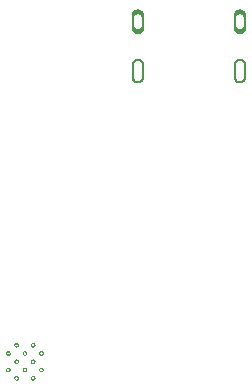
<source format=gbr>
%TF.GenerationSoftware,Flux,Pcbnew,7.0.11-7.0.11~ubuntu20.04.1*%
%TF.CreationDate,2024-08-17T06:32:20+00:00*%
%TF.ProjectId,input,696e7075-742e-46b6-9963-61645f706362,rev?*%
%TF.SameCoordinates,Original*%
%TF.FileFunction,Soldermask,Bot*%
%TF.FilePolarity,Negative*%
%FSLAX46Y46*%
G04 Gerber Fmt 4.6, Leading zero omitted, Abs format (unit mm)*
G04 Filename: pcbrobot*
G04 Build it with Flux! Visit our site at: https://www.flux.ai (PCBNEW 7.0.11-7.0.11~ubuntu20.04.1) date 2024-08-17 06:32:20*
%MOMM*%
%LPD*%
G01*
G04 APERTURE LIST*
G04 APERTURE END LIST*
%TO.C,*%
G36*
X129452812Y-31906146D02*
G01*
X129462581Y-31907108D01*
X129472292Y-31908548D01*
X129481919Y-31910464D01*
X129491442Y-31912849D01*
X129500836Y-31915698D01*
X129510078Y-31919005D01*
X129519147Y-31922762D01*
X129528021Y-31926959D01*
X129536679Y-31931587D01*
X129545099Y-31936633D01*
X129553261Y-31942087D01*
X129561146Y-31947935D01*
X129568734Y-31954162D01*
X129576007Y-31960755D01*
X129582949Y-31967696D01*
X129589541Y-31974969D01*
X129595768Y-31982558D01*
X129601616Y-31990442D01*
X129607070Y-31998604D01*
X129612117Y-32007024D01*
X129616744Y-32015682D01*
X129620941Y-32024556D01*
X129624698Y-32033625D01*
X129628005Y-32042868D01*
X129630854Y-32052261D01*
X129633240Y-32061784D01*
X129635155Y-32071412D01*
X129636595Y-32081122D01*
X129637557Y-32090891D01*
X129638039Y-32100696D01*
X129638039Y-32110512D01*
X129637557Y-32120317D01*
X129636595Y-32130086D01*
X129635155Y-32139796D01*
X129633240Y-32149424D01*
X129630854Y-32158946D01*
X129628005Y-32168340D01*
X129624698Y-32177583D01*
X129620941Y-32186652D01*
X129616744Y-32195526D01*
X129612117Y-32204184D01*
X129607070Y-32212603D01*
X129601616Y-32220766D01*
X129595768Y-32228650D01*
X129589541Y-32236239D01*
X129582949Y-32243512D01*
X129576007Y-32250453D01*
X129568734Y-32257046D01*
X129561146Y-32263273D01*
X129553261Y-32269121D01*
X129545099Y-32274575D01*
X129536679Y-32279621D01*
X129528021Y-32284249D01*
X129519147Y-32288446D01*
X129510078Y-32292202D01*
X129500836Y-32295510D01*
X129491442Y-32298359D01*
X129481919Y-32300744D01*
X129472292Y-32302659D01*
X129462581Y-32304100D01*
X129452812Y-32305062D01*
X129443007Y-32305544D01*
X129433191Y-32305544D01*
X129423386Y-32305062D01*
X129413617Y-32304100D01*
X129403907Y-32302659D01*
X129394279Y-32300744D01*
X129384757Y-32298359D01*
X129375363Y-32295510D01*
X129366120Y-32292202D01*
X129357051Y-32288446D01*
X129348177Y-32284249D01*
X129339520Y-32279621D01*
X129331100Y-32274575D01*
X129322938Y-32269121D01*
X129315053Y-32263273D01*
X129307465Y-32257046D01*
X129300191Y-32250453D01*
X129293250Y-32243512D01*
X129286657Y-32236239D01*
X129280430Y-32228650D01*
X129274582Y-32220766D01*
X129269128Y-32212603D01*
X129264082Y-32204184D01*
X129259454Y-32195526D01*
X129255257Y-32186652D01*
X129251501Y-32177583D01*
X129248194Y-32168340D01*
X129245344Y-32158946D01*
X129242959Y-32149424D01*
X129241044Y-32139796D01*
X129239603Y-32130086D01*
X129238641Y-32120317D01*
X129238159Y-32110512D01*
X129238159Y-32108058D01*
X129338129Y-32108058D01*
X129338370Y-32112960D01*
X129338851Y-32117845D01*
X129339571Y-32122700D01*
X129340529Y-32127514D01*
X129341722Y-32132275D01*
X129343146Y-32136972D01*
X129344800Y-32141593D01*
X129346678Y-32146128D01*
X129348777Y-32150565D01*
X129351090Y-32154894D01*
X129353614Y-32159104D01*
X129356341Y-32163185D01*
X129359265Y-32167127D01*
X129362378Y-32170921D01*
X129365674Y-32174558D01*
X129369145Y-32178029D01*
X129372782Y-32181325D01*
X129376576Y-32184439D01*
X129380518Y-32187362D01*
X129384599Y-32190089D01*
X129388809Y-32192613D01*
X129393138Y-32194926D01*
X129397575Y-32197025D01*
X129402110Y-32198903D01*
X129406731Y-32200557D01*
X129411428Y-32201982D01*
X129416189Y-32203174D01*
X129421003Y-32204132D01*
X129425858Y-32204852D01*
X129430743Y-32205333D01*
X129435645Y-32205574D01*
X129440553Y-32205574D01*
X129445456Y-32205333D01*
X129450340Y-32204852D01*
X129455195Y-32204132D01*
X129460009Y-32203174D01*
X129464770Y-32201982D01*
X129469467Y-32200557D01*
X129474089Y-32198903D01*
X129478623Y-32197025D01*
X129483060Y-32194926D01*
X129487389Y-32192613D01*
X129491599Y-32190089D01*
X129495680Y-32187362D01*
X129499622Y-32184439D01*
X129503416Y-32181325D01*
X129507053Y-32178029D01*
X129510524Y-32174558D01*
X129513820Y-32170921D01*
X129516934Y-32167127D01*
X129519858Y-32163185D01*
X129522585Y-32159104D01*
X129525108Y-32154894D01*
X129527422Y-32150565D01*
X129529520Y-32146128D01*
X129531398Y-32141593D01*
X129533052Y-32136972D01*
X129534477Y-32132275D01*
X129535669Y-32127514D01*
X129536627Y-32122700D01*
X129537347Y-32117845D01*
X129537828Y-32112960D01*
X129538069Y-32108058D01*
X129538069Y-32103150D01*
X129537828Y-32098247D01*
X129537347Y-32093363D01*
X129536627Y-32088508D01*
X129535669Y-32083694D01*
X129534477Y-32078933D01*
X129533052Y-32074236D01*
X129531398Y-32069614D01*
X129529520Y-32065080D01*
X129527422Y-32060643D01*
X129525108Y-32056314D01*
X129522585Y-32052104D01*
X129519858Y-32048023D01*
X129516934Y-32044081D01*
X129513820Y-32040287D01*
X129510524Y-32036650D01*
X129507053Y-32033179D01*
X129503416Y-32029883D01*
X129499622Y-32026769D01*
X129495680Y-32023845D01*
X129491599Y-32021119D01*
X129487389Y-32018595D01*
X129483060Y-32016282D01*
X129478623Y-32014183D01*
X129474089Y-32012305D01*
X129469467Y-32010651D01*
X129464770Y-32009226D01*
X129460009Y-32008034D01*
X129455195Y-32007076D01*
X129450340Y-32006356D01*
X129445456Y-32005875D01*
X129440553Y-32005634D01*
X129435645Y-32005634D01*
X129430743Y-32005875D01*
X129425858Y-32006356D01*
X129421003Y-32007076D01*
X129416189Y-32008034D01*
X129411428Y-32009226D01*
X129406731Y-32010651D01*
X129402110Y-32012305D01*
X129397575Y-32014183D01*
X129393138Y-32016282D01*
X129388809Y-32018595D01*
X129384599Y-32021119D01*
X129380518Y-32023845D01*
X129376576Y-32026769D01*
X129372782Y-32029883D01*
X129369145Y-32033179D01*
X129365674Y-32036650D01*
X129362378Y-32040287D01*
X129359265Y-32044081D01*
X129356341Y-32048023D01*
X129353614Y-32052104D01*
X129351090Y-32056314D01*
X129348777Y-32060643D01*
X129346678Y-32065080D01*
X129344800Y-32069614D01*
X129343146Y-32074236D01*
X129341722Y-32078933D01*
X129340529Y-32083694D01*
X129339571Y-32088508D01*
X129338851Y-32093363D01*
X129338370Y-32098247D01*
X129338129Y-32103150D01*
X129338129Y-32108058D01*
X129238159Y-32108058D01*
X129238159Y-32100696D01*
X129238641Y-32090891D01*
X129239603Y-32081122D01*
X129241044Y-32071412D01*
X129242959Y-32061784D01*
X129245344Y-32052261D01*
X129248194Y-32042868D01*
X129251501Y-32033625D01*
X129255257Y-32024556D01*
X129259454Y-32015682D01*
X129264082Y-32007024D01*
X129269128Y-31998604D01*
X129274582Y-31990442D01*
X129280430Y-31982558D01*
X129286657Y-31974969D01*
X129293250Y-31967696D01*
X129300191Y-31960755D01*
X129307465Y-31954162D01*
X129315053Y-31947935D01*
X129322938Y-31942087D01*
X129331100Y-31936633D01*
X129339520Y-31931587D01*
X129348177Y-31926959D01*
X129357051Y-31922762D01*
X129366120Y-31919005D01*
X129375363Y-31915698D01*
X129384757Y-31912849D01*
X129394279Y-31910464D01*
X129403907Y-31908548D01*
X129413617Y-31907108D01*
X129423386Y-31906146D01*
X129433191Y-31905664D01*
X129443007Y-31905664D01*
X129452812Y-31906146D01*
G37*
G36*
X129452811Y-30506146D02*
G01*
X129462580Y-30507108D01*
X129472290Y-30508548D01*
X129481918Y-30510464D01*
X129491440Y-30512849D01*
X129500834Y-30515698D01*
X129510077Y-30519005D01*
X129519146Y-30522762D01*
X129528020Y-30526959D01*
X129536677Y-30531587D01*
X129545097Y-30536633D01*
X129553259Y-30542087D01*
X129561144Y-30547935D01*
X129568732Y-30554162D01*
X129576006Y-30560755D01*
X129582947Y-30567696D01*
X129589540Y-30574969D01*
X129595767Y-30582558D01*
X129601615Y-30590442D01*
X129607068Y-30598604D01*
X129612115Y-30607024D01*
X129616743Y-30615682D01*
X129620940Y-30624556D01*
X129624696Y-30633625D01*
X129628003Y-30642868D01*
X129630853Y-30652261D01*
X129633238Y-30661784D01*
X129635153Y-30671412D01*
X129636594Y-30681122D01*
X129637556Y-30690891D01*
X129638038Y-30700696D01*
X129638038Y-30710512D01*
X129637556Y-30720317D01*
X129636594Y-30730086D01*
X129635153Y-30739796D01*
X129633238Y-30749424D01*
X129630853Y-30758946D01*
X129628003Y-30768340D01*
X129624696Y-30777583D01*
X129620940Y-30786652D01*
X129616743Y-30795526D01*
X129612115Y-30804184D01*
X129607068Y-30812603D01*
X129601615Y-30820766D01*
X129595767Y-30828650D01*
X129589540Y-30836239D01*
X129582947Y-30843512D01*
X129576006Y-30850453D01*
X129568732Y-30857046D01*
X129561144Y-30863273D01*
X129553259Y-30869121D01*
X129545097Y-30874575D01*
X129536677Y-30879621D01*
X129528020Y-30884249D01*
X129519146Y-30888446D01*
X129510077Y-30892202D01*
X129500834Y-30895510D01*
X129491440Y-30898359D01*
X129481918Y-30900744D01*
X129472290Y-30902659D01*
X129462580Y-30904100D01*
X129452811Y-30905062D01*
X129443006Y-30905544D01*
X129433190Y-30905544D01*
X129423385Y-30905062D01*
X129413616Y-30904100D01*
X129403905Y-30902659D01*
X129394278Y-30900744D01*
X129384755Y-30898359D01*
X129375361Y-30895510D01*
X129366119Y-30892202D01*
X129357049Y-30888446D01*
X129348175Y-30884249D01*
X129339518Y-30879621D01*
X129331098Y-30874575D01*
X129322936Y-30869121D01*
X129315051Y-30863273D01*
X129307463Y-30857046D01*
X129300190Y-30850453D01*
X129293248Y-30843512D01*
X129286656Y-30836239D01*
X129280428Y-30828650D01*
X129274581Y-30820766D01*
X129269127Y-30812603D01*
X129264080Y-30804184D01*
X129259453Y-30795526D01*
X129255256Y-30786652D01*
X129251499Y-30777583D01*
X129248192Y-30768340D01*
X129245343Y-30758946D01*
X129242957Y-30749424D01*
X129241042Y-30739796D01*
X129239602Y-30730086D01*
X129238640Y-30720317D01*
X129238158Y-30710512D01*
X129238158Y-30708058D01*
X129338128Y-30708058D01*
X129338369Y-30712960D01*
X129338850Y-30717845D01*
X129339570Y-30722700D01*
X129340528Y-30727514D01*
X129341720Y-30732275D01*
X129343145Y-30736972D01*
X129344798Y-30741593D01*
X129346677Y-30746128D01*
X129348775Y-30750565D01*
X129351089Y-30754894D01*
X129353612Y-30759104D01*
X129356339Y-30763185D01*
X129359263Y-30767127D01*
X129362377Y-30770921D01*
X129365673Y-30774558D01*
X129369144Y-30778029D01*
X129372780Y-30781325D01*
X129376575Y-30784439D01*
X129380517Y-30787362D01*
X129384598Y-30790089D01*
X129388808Y-30792613D01*
X129393137Y-30794926D01*
X129397574Y-30797025D01*
X129402108Y-30798903D01*
X129406730Y-30800557D01*
X129411426Y-30801982D01*
X129416188Y-30803174D01*
X129421002Y-30804132D01*
X129425857Y-30804852D01*
X129430741Y-30805333D01*
X129435644Y-30805574D01*
X129440552Y-30805574D01*
X129445454Y-30805333D01*
X129450339Y-30804852D01*
X129455194Y-30804132D01*
X129460008Y-30803174D01*
X129464769Y-30801982D01*
X129469466Y-30800557D01*
X129474087Y-30798903D01*
X129478622Y-30797025D01*
X129483059Y-30794926D01*
X129487388Y-30792613D01*
X129491598Y-30790089D01*
X129495679Y-30787362D01*
X129499621Y-30784439D01*
X129503415Y-30781325D01*
X129507052Y-30778029D01*
X129510522Y-30774558D01*
X129513819Y-30770921D01*
X129516932Y-30767127D01*
X129519856Y-30763185D01*
X129522583Y-30759104D01*
X129525106Y-30754894D01*
X129527420Y-30750565D01*
X129529519Y-30746128D01*
X129531397Y-30741593D01*
X129533051Y-30736972D01*
X129534475Y-30732275D01*
X129535668Y-30727514D01*
X129536626Y-30722700D01*
X129537346Y-30717845D01*
X129537827Y-30712960D01*
X129538068Y-30708058D01*
X129538068Y-30703150D01*
X129537827Y-30698247D01*
X129537346Y-30693363D01*
X129536626Y-30688508D01*
X129535668Y-30683694D01*
X129534475Y-30678933D01*
X129533051Y-30674236D01*
X129531397Y-30669614D01*
X129529519Y-30665080D01*
X129527420Y-30660643D01*
X129525106Y-30656314D01*
X129522583Y-30652104D01*
X129519856Y-30648023D01*
X129516932Y-30644081D01*
X129513819Y-30640287D01*
X129510522Y-30636650D01*
X129507052Y-30633179D01*
X129503415Y-30629883D01*
X129499621Y-30626769D01*
X129495679Y-30623845D01*
X129491598Y-30621119D01*
X129487388Y-30618595D01*
X129483059Y-30616282D01*
X129478622Y-30614183D01*
X129474087Y-30612305D01*
X129469466Y-30610651D01*
X129464769Y-30609226D01*
X129460008Y-30608034D01*
X129455194Y-30607076D01*
X129450339Y-30606356D01*
X129445454Y-30605875D01*
X129440552Y-30605634D01*
X129435644Y-30605634D01*
X129430741Y-30605875D01*
X129425857Y-30606356D01*
X129421002Y-30607076D01*
X129416188Y-30608034D01*
X129411426Y-30609226D01*
X129406730Y-30610651D01*
X129402108Y-30612305D01*
X129397574Y-30614183D01*
X129393137Y-30616282D01*
X129388808Y-30618595D01*
X129384598Y-30621119D01*
X129380517Y-30623845D01*
X129376575Y-30626769D01*
X129372780Y-30629883D01*
X129369144Y-30633179D01*
X129365673Y-30636650D01*
X129362377Y-30640287D01*
X129359263Y-30644081D01*
X129356339Y-30648023D01*
X129353612Y-30652104D01*
X129351089Y-30656314D01*
X129348775Y-30660643D01*
X129346677Y-30665080D01*
X129344798Y-30669614D01*
X129343145Y-30674236D01*
X129341720Y-30678933D01*
X129340528Y-30683694D01*
X129339570Y-30688508D01*
X129338850Y-30693363D01*
X129338369Y-30698247D01*
X129338128Y-30703150D01*
X129338128Y-30708058D01*
X129238158Y-30708058D01*
X129238158Y-30700696D01*
X129238640Y-30690891D01*
X129239602Y-30681122D01*
X129241042Y-30671412D01*
X129242957Y-30661784D01*
X129245343Y-30652261D01*
X129248192Y-30642868D01*
X129251499Y-30633625D01*
X129255256Y-30624556D01*
X129259453Y-30615682D01*
X129264080Y-30607024D01*
X129269127Y-30598604D01*
X129274581Y-30590442D01*
X129280428Y-30582558D01*
X129286656Y-30574969D01*
X129293248Y-30567696D01*
X129300190Y-30560755D01*
X129307463Y-30554162D01*
X129315051Y-30547935D01*
X129322936Y-30542087D01*
X129331098Y-30536633D01*
X129339518Y-30531587D01*
X129348175Y-30526959D01*
X129357049Y-30522762D01*
X129366119Y-30519005D01*
X129375361Y-30515698D01*
X129384755Y-30512849D01*
X129394278Y-30510464D01*
X129403905Y-30508548D01*
X129413616Y-30507108D01*
X129423385Y-30506146D01*
X129433190Y-30505664D01*
X129443006Y-30505664D01*
X129452811Y-30506146D01*
G37*
G36*
X130852812Y-31906144D02*
G01*
X130862581Y-31907107D01*
X130872292Y-31908547D01*
X130881919Y-31910462D01*
X130891442Y-31912847D01*
X130900836Y-31915697D01*
X130910078Y-31919004D01*
X130919147Y-31922761D01*
X130928021Y-31926958D01*
X130936679Y-31931585D01*
X130945099Y-31936632D01*
X130953261Y-31942086D01*
X130961146Y-31947933D01*
X130968734Y-31954161D01*
X130976007Y-31960753D01*
X130982949Y-31967694D01*
X130989541Y-31974968D01*
X130995768Y-31982556D01*
X131001616Y-31990441D01*
X131007070Y-31998603D01*
X131012117Y-32007023D01*
X131016744Y-32015680D01*
X131020941Y-32024554D01*
X131024698Y-32033624D01*
X131028005Y-32042866D01*
X131030854Y-32052260D01*
X131033240Y-32061782D01*
X131035155Y-32071410D01*
X131036595Y-32081120D01*
X131037557Y-32090890D01*
X131038039Y-32100694D01*
X131038039Y-32110511D01*
X131037557Y-32120315D01*
X131036595Y-32130085D01*
X131035155Y-32139795D01*
X131033240Y-32149423D01*
X131030854Y-32158945D01*
X131028005Y-32168339D01*
X131024698Y-32177582D01*
X131020941Y-32186651D01*
X131016744Y-32195525D01*
X131012117Y-32204182D01*
X131007070Y-32212602D01*
X131001616Y-32220764D01*
X130995768Y-32228649D01*
X130989541Y-32236237D01*
X130982949Y-32243511D01*
X130976007Y-32250452D01*
X130968734Y-32257044D01*
X130961146Y-32263272D01*
X130953261Y-32269119D01*
X130945099Y-32274573D01*
X130936679Y-32279620D01*
X130928021Y-32284247D01*
X130919147Y-32288444D01*
X130910078Y-32292201D01*
X130900836Y-32295508D01*
X130891442Y-32298358D01*
X130881919Y-32300743D01*
X130872292Y-32302658D01*
X130862581Y-32304098D01*
X130852812Y-32305061D01*
X130843007Y-32305542D01*
X130833191Y-32305542D01*
X130823386Y-32305061D01*
X130813617Y-32304098D01*
X130803907Y-32302658D01*
X130794279Y-32300743D01*
X130784757Y-32298358D01*
X130775363Y-32295508D01*
X130766120Y-32292201D01*
X130757051Y-32288444D01*
X130748177Y-32284247D01*
X130739520Y-32279620D01*
X130731100Y-32274573D01*
X130722938Y-32269119D01*
X130715053Y-32263272D01*
X130707465Y-32257044D01*
X130700191Y-32250452D01*
X130693250Y-32243511D01*
X130686657Y-32236237D01*
X130680430Y-32228649D01*
X130674582Y-32220764D01*
X130669128Y-32212602D01*
X130664082Y-32204182D01*
X130659454Y-32195525D01*
X130655257Y-32186651D01*
X130651501Y-32177582D01*
X130648194Y-32168339D01*
X130645344Y-32158945D01*
X130642959Y-32149423D01*
X130641044Y-32139795D01*
X130639603Y-32130085D01*
X130638641Y-32120315D01*
X130638159Y-32110511D01*
X130638159Y-32108057D01*
X130738129Y-32108057D01*
X130738370Y-32112959D01*
X130738851Y-32117844D01*
X130739571Y-32122699D01*
X130740529Y-32127513D01*
X130741722Y-32132274D01*
X130743146Y-32136971D01*
X130744800Y-32141592D01*
X130746678Y-32146127D01*
X130748777Y-32150564D01*
X130751090Y-32154892D01*
X130753614Y-32159102D01*
X130756341Y-32163183D01*
X130759265Y-32167126D01*
X130762378Y-32170920D01*
X130765674Y-32174557D01*
X130769145Y-32178027D01*
X130772782Y-32181323D01*
X130776576Y-32184437D01*
X130780518Y-32187361D01*
X130784599Y-32190088D01*
X130788809Y-32192611D01*
X130793138Y-32194925D01*
X130797575Y-32197023D01*
X130802110Y-32198902D01*
X130806731Y-32200555D01*
X130811428Y-32201980D01*
X130816189Y-32203173D01*
X130821003Y-32204130D01*
X130825858Y-32204850D01*
X130830743Y-32205332D01*
X130835645Y-32205572D01*
X130840553Y-32205572D01*
X130845456Y-32205332D01*
X130850340Y-32204850D01*
X130855195Y-32204130D01*
X130860009Y-32203173D01*
X130864770Y-32201980D01*
X130869467Y-32200555D01*
X130874089Y-32198902D01*
X130878623Y-32197023D01*
X130883060Y-32194925D01*
X130887389Y-32192611D01*
X130891599Y-32190088D01*
X130895680Y-32187361D01*
X130899622Y-32184437D01*
X130903416Y-32181323D01*
X130907053Y-32178027D01*
X130910524Y-32174557D01*
X130913820Y-32170920D01*
X130916934Y-32167126D01*
X130919858Y-32163183D01*
X130922585Y-32159102D01*
X130925108Y-32154892D01*
X130927422Y-32150564D01*
X130929520Y-32146127D01*
X130931398Y-32141592D01*
X130933052Y-32136971D01*
X130934477Y-32132274D01*
X130935669Y-32127513D01*
X130936627Y-32122699D01*
X130937347Y-32117844D01*
X130937828Y-32112959D01*
X130938069Y-32108057D01*
X130938069Y-32103148D01*
X130937828Y-32098246D01*
X130937347Y-32093361D01*
X130936627Y-32088506D01*
X130935669Y-32083692D01*
X130934477Y-32078931D01*
X130933052Y-32074234D01*
X130931398Y-32069613D01*
X130929520Y-32065078D01*
X130927422Y-32060641D01*
X130925108Y-32056313D01*
X130922585Y-32052103D01*
X130919858Y-32048022D01*
X130916934Y-32044079D01*
X130913820Y-32040285D01*
X130910524Y-32036648D01*
X130907053Y-32033178D01*
X130903416Y-32029882D01*
X130899622Y-32026768D01*
X130895680Y-32023844D01*
X130891599Y-32021117D01*
X130887389Y-32018594D01*
X130883060Y-32016280D01*
X130878623Y-32014182D01*
X130874089Y-32012303D01*
X130869467Y-32010650D01*
X130864770Y-32009225D01*
X130860009Y-32008032D01*
X130855195Y-32007075D01*
X130850340Y-32006355D01*
X130845456Y-32005873D01*
X130840553Y-32005633D01*
X130835645Y-32005633D01*
X130830743Y-32005873D01*
X130825858Y-32006355D01*
X130821003Y-32007075D01*
X130816189Y-32008032D01*
X130811428Y-32009225D01*
X130806731Y-32010650D01*
X130802110Y-32012303D01*
X130797575Y-32014182D01*
X130793138Y-32016280D01*
X130788809Y-32018594D01*
X130784599Y-32021117D01*
X130780518Y-32023844D01*
X130776576Y-32026768D01*
X130772782Y-32029882D01*
X130769145Y-32033178D01*
X130765674Y-32036648D01*
X130762378Y-32040285D01*
X130759265Y-32044079D01*
X130756341Y-32048022D01*
X130753614Y-32052103D01*
X130751090Y-32056313D01*
X130748777Y-32060641D01*
X130746678Y-32065078D01*
X130744800Y-32069613D01*
X130743146Y-32074234D01*
X130741722Y-32078931D01*
X130740529Y-32083692D01*
X130739571Y-32088506D01*
X130738851Y-32093361D01*
X130738370Y-32098246D01*
X130738129Y-32103148D01*
X130738129Y-32108057D01*
X130638159Y-32108057D01*
X130638159Y-32100694D01*
X130638641Y-32090890D01*
X130639603Y-32081120D01*
X130641044Y-32071410D01*
X130642959Y-32061782D01*
X130645344Y-32052260D01*
X130648194Y-32042866D01*
X130651501Y-32033624D01*
X130655257Y-32024554D01*
X130659454Y-32015680D01*
X130664082Y-32007023D01*
X130669128Y-31998603D01*
X130674582Y-31990441D01*
X130680430Y-31982556D01*
X130686657Y-31974968D01*
X130693250Y-31967694D01*
X130700191Y-31960753D01*
X130707465Y-31954161D01*
X130715053Y-31947933D01*
X130722938Y-31942086D01*
X130731100Y-31936632D01*
X130739520Y-31931585D01*
X130748177Y-31926958D01*
X130757051Y-31922761D01*
X130766120Y-31919004D01*
X130775363Y-31915697D01*
X130784757Y-31912847D01*
X130794279Y-31910462D01*
X130803907Y-31908547D01*
X130813617Y-31907107D01*
X130823386Y-31906144D01*
X130833191Y-31905663D01*
X130843007Y-31905663D01*
X130852812Y-31906144D01*
G37*
G36*
X130852811Y-30506144D02*
G01*
X130862580Y-30507107D01*
X130872290Y-30508547D01*
X130881918Y-30510462D01*
X130891440Y-30512847D01*
X130900834Y-30515697D01*
X130910077Y-30519004D01*
X130919146Y-30522761D01*
X130928020Y-30526958D01*
X130936677Y-30531585D01*
X130945097Y-30536632D01*
X130953259Y-30542086D01*
X130961144Y-30547933D01*
X130968732Y-30554161D01*
X130976006Y-30560753D01*
X130982947Y-30567694D01*
X130989540Y-30574968D01*
X130995767Y-30582556D01*
X131001615Y-30590441D01*
X131007068Y-30598603D01*
X131012115Y-30607023D01*
X131016743Y-30615680D01*
X131020940Y-30624554D01*
X131024696Y-30633624D01*
X131028003Y-30642866D01*
X131030853Y-30652260D01*
X131033238Y-30661782D01*
X131035153Y-30671410D01*
X131036594Y-30681120D01*
X131037556Y-30690890D01*
X131038038Y-30700694D01*
X131038038Y-30710511D01*
X131037556Y-30720315D01*
X131036594Y-30730085D01*
X131035153Y-30739795D01*
X131033238Y-30749423D01*
X131030853Y-30758945D01*
X131028003Y-30768339D01*
X131024696Y-30777582D01*
X131020940Y-30786651D01*
X131016743Y-30795525D01*
X131012115Y-30804182D01*
X131007068Y-30812602D01*
X131001615Y-30820764D01*
X130995767Y-30828649D01*
X130989540Y-30836237D01*
X130982947Y-30843511D01*
X130976006Y-30850452D01*
X130968732Y-30857044D01*
X130961144Y-30863272D01*
X130953259Y-30869119D01*
X130945097Y-30874573D01*
X130936677Y-30879620D01*
X130928020Y-30884247D01*
X130919146Y-30888444D01*
X130910077Y-30892201D01*
X130900834Y-30895508D01*
X130891440Y-30898358D01*
X130881918Y-30900743D01*
X130872290Y-30902658D01*
X130862580Y-30904098D01*
X130852811Y-30905061D01*
X130843006Y-30905542D01*
X130833190Y-30905542D01*
X130823385Y-30905061D01*
X130813616Y-30904098D01*
X130803905Y-30902658D01*
X130794278Y-30900743D01*
X130784755Y-30898358D01*
X130775361Y-30895508D01*
X130766119Y-30892201D01*
X130757049Y-30888444D01*
X130748175Y-30884247D01*
X130739518Y-30879620D01*
X130731098Y-30874573D01*
X130722936Y-30869119D01*
X130715051Y-30863272D01*
X130707463Y-30857044D01*
X130700190Y-30850452D01*
X130693248Y-30843511D01*
X130686656Y-30836237D01*
X130680428Y-30828649D01*
X130674581Y-30820764D01*
X130669127Y-30812602D01*
X130664080Y-30804182D01*
X130659453Y-30795525D01*
X130655256Y-30786651D01*
X130651499Y-30777582D01*
X130648192Y-30768339D01*
X130645343Y-30758945D01*
X130642957Y-30749423D01*
X130641042Y-30739795D01*
X130639602Y-30730085D01*
X130638640Y-30720315D01*
X130638158Y-30710511D01*
X130638158Y-30708057D01*
X130738128Y-30708057D01*
X130738369Y-30712959D01*
X130738850Y-30717844D01*
X130739570Y-30722699D01*
X130740528Y-30727513D01*
X130741720Y-30732274D01*
X130743145Y-30736971D01*
X130744798Y-30741592D01*
X130746677Y-30746127D01*
X130748775Y-30750564D01*
X130751089Y-30754892D01*
X130753612Y-30759102D01*
X130756339Y-30763183D01*
X130759263Y-30767126D01*
X130762377Y-30770920D01*
X130765673Y-30774557D01*
X130769144Y-30778027D01*
X130772780Y-30781323D01*
X130776575Y-30784437D01*
X130780517Y-30787361D01*
X130784598Y-30790088D01*
X130788808Y-30792611D01*
X130793137Y-30794925D01*
X130797574Y-30797023D01*
X130802108Y-30798902D01*
X130806730Y-30800555D01*
X130811426Y-30801980D01*
X130816188Y-30803173D01*
X130821002Y-30804130D01*
X130825857Y-30804850D01*
X130830741Y-30805332D01*
X130835644Y-30805572D01*
X130840552Y-30805572D01*
X130845454Y-30805332D01*
X130850339Y-30804850D01*
X130855194Y-30804130D01*
X130860008Y-30803173D01*
X130864769Y-30801980D01*
X130869466Y-30800555D01*
X130874087Y-30798902D01*
X130878622Y-30797023D01*
X130883059Y-30794925D01*
X130887388Y-30792611D01*
X130891598Y-30790088D01*
X130895679Y-30787361D01*
X130899621Y-30784437D01*
X130903415Y-30781323D01*
X130907052Y-30778027D01*
X130910522Y-30774557D01*
X130913819Y-30770920D01*
X130916932Y-30767126D01*
X130919856Y-30763183D01*
X130922583Y-30759102D01*
X130925106Y-30754892D01*
X130927420Y-30750564D01*
X130929519Y-30746127D01*
X130931397Y-30741592D01*
X130933051Y-30736971D01*
X130934475Y-30732274D01*
X130935668Y-30727513D01*
X130936626Y-30722699D01*
X130937346Y-30717844D01*
X130937827Y-30712959D01*
X130938068Y-30708057D01*
X130938068Y-30703148D01*
X130937827Y-30698246D01*
X130937346Y-30693361D01*
X130936626Y-30688506D01*
X130935668Y-30683692D01*
X130934475Y-30678931D01*
X130933051Y-30674234D01*
X130931397Y-30669613D01*
X130929519Y-30665078D01*
X130927420Y-30660641D01*
X130925106Y-30656313D01*
X130922583Y-30652103D01*
X130919856Y-30648022D01*
X130916932Y-30644079D01*
X130913819Y-30640285D01*
X130910522Y-30636648D01*
X130907052Y-30633178D01*
X130903415Y-30629882D01*
X130899621Y-30626768D01*
X130895679Y-30623844D01*
X130891598Y-30621117D01*
X130887388Y-30618594D01*
X130883059Y-30616280D01*
X130878622Y-30614182D01*
X130874087Y-30612303D01*
X130869466Y-30610650D01*
X130864769Y-30609225D01*
X130860008Y-30608032D01*
X130855194Y-30607075D01*
X130850339Y-30606355D01*
X130845454Y-30605873D01*
X130840552Y-30605633D01*
X130835644Y-30605633D01*
X130830741Y-30605873D01*
X130825857Y-30606355D01*
X130821002Y-30607075D01*
X130816188Y-30608032D01*
X130811426Y-30609225D01*
X130806730Y-30610650D01*
X130802108Y-30612303D01*
X130797574Y-30614182D01*
X130793137Y-30616280D01*
X130788808Y-30618594D01*
X130784598Y-30621117D01*
X130780517Y-30623844D01*
X130776575Y-30626768D01*
X130772780Y-30629882D01*
X130769144Y-30633178D01*
X130765673Y-30636648D01*
X130762377Y-30640285D01*
X130759263Y-30644079D01*
X130756339Y-30648022D01*
X130753612Y-30652103D01*
X130751089Y-30656313D01*
X130748775Y-30660641D01*
X130746677Y-30665078D01*
X130744798Y-30669613D01*
X130743145Y-30674234D01*
X130741720Y-30678931D01*
X130740528Y-30683692D01*
X130739570Y-30688506D01*
X130738850Y-30693361D01*
X130738369Y-30698246D01*
X130738128Y-30703148D01*
X130738128Y-30708057D01*
X130638158Y-30708057D01*
X130638158Y-30700694D01*
X130638640Y-30690890D01*
X130639602Y-30681120D01*
X130641042Y-30671410D01*
X130642957Y-30661782D01*
X130645343Y-30652260D01*
X130648192Y-30642866D01*
X130651499Y-30633624D01*
X130655256Y-30624554D01*
X130659453Y-30615680D01*
X130664080Y-30607023D01*
X130669127Y-30598603D01*
X130674581Y-30590441D01*
X130680428Y-30582556D01*
X130686656Y-30574968D01*
X130693248Y-30567694D01*
X130700190Y-30560753D01*
X130707463Y-30554161D01*
X130715051Y-30547933D01*
X130722936Y-30542086D01*
X130731098Y-30536632D01*
X130739518Y-30531585D01*
X130748175Y-30526958D01*
X130757049Y-30522761D01*
X130766119Y-30519004D01*
X130775361Y-30515697D01*
X130784755Y-30512847D01*
X130794278Y-30510462D01*
X130803905Y-30508547D01*
X130813616Y-30507107D01*
X130823385Y-30506144D01*
X130833190Y-30505663D01*
X130843006Y-30505663D01*
X130852811Y-30506144D01*
G37*
G36*
X132252812Y-31906143D02*
G01*
X132262581Y-31907105D01*
X132272292Y-31908546D01*
X132281919Y-31910461D01*
X132291442Y-31912846D01*
X132300836Y-31915695D01*
X132310078Y-31919003D01*
X132319147Y-31922759D01*
X132328021Y-31926956D01*
X132336679Y-31931584D01*
X132345099Y-31936630D01*
X132353261Y-31942084D01*
X132361146Y-31947932D01*
X132368734Y-31954159D01*
X132376007Y-31960752D01*
X132382949Y-31967693D01*
X132389541Y-31974967D01*
X132395768Y-31982555D01*
X132401616Y-31990439D01*
X132407070Y-31998602D01*
X132412117Y-32007021D01*
X132416744Y-32015679D01*
X132420941Y-32024553D01*
X132424698Y-32033622D01*
X132428005Y-32042865D01*
X132430854Y-32052259D01*
X132433240Y-32061781D01*
X132435155Y-32071409D01*
X132436595Y-32081119D01*
X132437557Y-32090888D01*
X132438039Y-32100693D01*
X132438039Y-32110509D01*
X132437557Y-32120314D01*
X132436595Y-32130083D01*
X132435155Y-32139793D01*
X132433240Y-32149421D01*
X132430854Y-32158944D01*
X132428005Y-32168337D01*
X132424698Y-32177580D01*
X132420941Y-32186649D01*
X132416744Y-32195523D01*
X132412117Y-32204181D01*
X132407070Y-32212601D01*
X132401616Y-32220763D01*
X132395768Y-32228647D01*
X132389541Y-32236236D01*
X132382949Y-32243509D01*
X132376007Y-32250450D01*
X132368734Y-32257043D01*
X132361146Y-32263270D01*
X132353261Y-32269118D01*
X132345099Y-32274572D01*
X132336679Y-32279618D01*
X132328021Y-32284246D01*
X132319147Y-32288443D01*
X132310078Y-32292200D01*
X132300836Y-32295507D01*
X132291442Y-32298356D01*
X132281919Y-32300742D01*
X132272292Y-32302657D01*
X132262581Y-32304097D01*
X132252812Y-32305059D01*
X132243007Y-32305541D01*
X132233191Y-32305541D01*
X132223386Y-32305059D01*
X132213617Y-32304097D01*
X132203907Y-32302657D01*
X132194279Y-32300742D01*
X132184757Y-32298356D01*
X132175363Y-32295507D01*
X132166120Y-32292200D01*
X132157051Y-32288443D01*
X132148177Y-32284246D01*
X132139520Y-32279618D01*
X132131100Y-32274572D01*
X132122938Y-32269118D01*
X132115053Y-32263270D01*
X132107465Y-32257043D01*
X132100191Y-32250450D01*
X132093250Y-32243509D01*
X132086657Y-32236236D01*
X132080430Y-32228647D01*
X132074582Y-32220763D01*
X132069128Y-32212601D01*
X132064082Y-32204181D01*
X132059454Y-32195523D01*
X132055257Y-32186649D01*
X132051501Y-32177580D01*
X132048194Y-32168337D01*
X132045344Y-32158944D01*
X132042959Y-32149421D01*
X132041044Y-32139793D01*
X132039603Y-32130083D01*
X132038641Y-32120314D01*
X132038159Y-32110509D01*
X132038159Y-32108055D01*
X132138129Y-32108055D01*
X132138370Y-32112958D01*
X132138851Y-32117842D01*
X132139571Y-32122697D01*
X132140529Y-32127511D01*
X132141722Y-32132272D01*
X132143146Y-32136969D01*
X132144800Y-32141591D01*
X132146678Y-32146125D01*
X132148777Y-32150562D01*
X132151090Y-32154891D01*
X132153614Y-32159101D01*
X132156341Y-32163182D01*
X132159265Y-32167124D01*
X132162378Y-32170918D01*
X132165674Y-32174555D01*
X132169145Y-32178026D01*
X132172782Y-32181322D01*
X132176576Y-32184436D01*
X132180518Y-32187360D01*
X132184599Y-32190086D01*
X132188809Y-32192610D01*
X132193138Y-32194924D01*
X132197575Y-32197022D01*
X132202110Y-32198900D01*
X132206731Y-32200554D01*
X132211428Y-32201979D01*
X132216189Y-32203171D01*
X132221003Y-32204129D01*
X132225858Y-32204849D01*
X132230743Y-32205330D01*
X132235645Y-32205571D01*
X132240553Y-32205571D01*
X132245456Y-32205330D01*
X132250340Y-32204849D01*
X132255195Y-32204129D01*
X132260009Y-32203171D01*
X132264770Y-32201979D01*
X132269467Y-32200554D01*
X132274089Y-32198900D01*
X132278623Y-32197022D01*
X132283060Y-32194924D01*
X132287389Y-32192610D01*
X132291599Y-32190086D01*
X132295680Y-32187360D01*
X132299622Y-32184436D01*
X132303416Y-32181322D01*
X132307053Y-32178026D01*
X132310524Y-32174555D01*
X132313820Y-32170918D01*
X132316934Y-32167124D01*
X132319858Y-32163182D01*
X132322585Y-32159101D01*
X132325108Y-32154891D01*
X132327422Y-32150562D01*
X132329520Y-32146125D01*
X132331398Y-32141591D01*
X132333052Y-32136969D01*
X132334477Y-32132272D01*
X132335669Y-32127511D01*
X132336627Y-32122697D01*
X132337347Y-32117842D01*
X132337828Y-32112958D01*
X132338069Y-32108055D01*
X132338069Y-32103147D01*
X132337828Y-32098245D01*
X132337347Y-32093360D01*
X132336627Y-32088505D01*
X132335669Y-32083691D01*
X132334477Y-32078930D01*
X132333052Y-32074233D01*
X132331398Y-32069612D01*
X132329520Y-32065077D01*
X132327422Y-32060640D01*
X132325108Y-32056311D01*
X132322585Y-32052101D01*
X132319858Y-32048020D01*
X132316934Y-32044078D01*
X132313820Y-32040284D01*
X132310524Y-32036647D01*
X132307053Y-32033176D01*
X132303416Y-32029880D01*
X132299622Y-32026766D01*
X132295680Y-32023843D01*
X132291599Y-32021116D01*
X132287389Y-32018592D01*
X132283060Y-32016279D01*
X132278623Y-32014180D01*
X132274089Y-32012302D01*
X132269467Y-32010648D01*
X132264770Y-32009223D01*
X132260009Y-32008031D01*
X132255195Y-32007073D01*
X132250340Y-32006353D01*
X132245456Y-32005872D01*
X132240553Y-32005631D01*
X132235645Y-32005631D01*
X132230743Y-32005872D01*
X132225858Y-32006353D01*
X132221003Y-32007073D01*
X132216189Y-32008031D01*
X132211428Y-32009223D01*
X132206731Y-32010648D01*
X132202110Y-32012302D01*
X132197575Y-32014180D01*
X132193138Y-32016279D01*
X132188809Y-32018592D01*
X132184599Y-32021116D01*
X132180518Y-32023843D01*
X132176576Y-32026766D01*
X132172782Y-32029880D01*
X132169145Y-32033176D01*
X132165674Y-32036647D01*
X132162378Y-32040284D01*
X132159265Y-32044078D01*
X132156341Y-32048020D01*
X132153614Y-32052101D01*
X132151090Y-32056311D01*
X132148777Y-32060640D01*
X132146678Y-32065077D01*
X132144800Y-32069612D01*
X132143146Y-32074233D01*
X132141722Y-32078930D01*
X132140529Y-32083691D01*
X132139571Y-32088505D01*
X132138851Y-32093360D01*
X132138370Y-32098245D01*
X132138129Y-32103147D01*
X132138129Y-32108055D01*
X132038159Y-32108055D01*
X132038159Y-32100693D01*
X132038641Y-32090888D01*
X132039603Y-32081119D01*
X132041044Y-32071409D01*
X132042959Y-32061781D01*
X132045344Y-32052259D01*
X132048194Y-32042865D01*
X132051501Y-32033622D01*
X132055257Y-32024553D01*
X132059454Y-32015679D01*
X132064082Y-32007021D01*
X132069128Y-31998602D01*
X132074582Y-31990439D01*
X132080430Y-31982555D01*
X132086657Y-31974967D01*
X132093250Y-31967693D01*
X132100191Y-31960752D01*
X132107465Y-31954159D01*
X132115053Y-31947932D01*
X132122938Y-31942084D01*
X132131100Y-31936630D01*
X132139520Y-31931584D01*
X132148177Y-31926956D01*
X132157051Y-31922759D01*
X132166120Y-31919003D01*
X132175363Y-31915695D01*
X132184757Y-31912846D01*
X132194279Y-31910461D01*
X132203907Y-31908546D01*
X132213617Y-31907105D01*
X132223386Y-31906143D01*
X132233191Y-31905661D01*
X132243007Y-31905661D01*
X132252812Y-31906143D01*
G37*
G36*
X132252811Y-30506143D02*
G01*
X132262580Y-30507105D01*
X132272290Y-30508546D01*
X132281918Y-30510461D01*
X132291440Y-30512846D01*
X132300834Y-30515695D01*
X132310077Y-30519003D01*
X132319146Y-30522759D01*
X132328020Y-30526956D01*
X132336677Y-30531584D01*
X132345097Y-30536630D01*
X132353259Y-30542084D01*
X132361144Y-30547932D01*
X132368732Y-30554159D01*
X132376006Y-30560752D01*
X132382947Y-30567693D01*
X132389540Y-30574967D01*
X132395767Y-30582555D01*
X132401615Y-30590439D01*
X132407068Y-30598602D01*
X132412115Y-30607021D01*
X132416743Y-30615679D01*
X132420940Y-30624553D01*
X132424696Y-30633622D01*
X132428003Y-30642865D01*
X132430853Y-30652259D01*
X132433238Y-30661781D01*
X132435153Y-30671409D01*
X132436594Y-30681119D01*
X132437556Y-30690888D01*
X132438038Y-30700693D01*
X132438038Y-30710509D01*
X132437556Y-30720314D01*
X132436594Y-30730083D01*
X132435153Y-30739793D01*
X132433238Y-30749421D01*
X132430853Y-30758944D01*
X132428003Y-30768337D01*
X132424696Y-30777580D01*
X132420940Y-30786649D01*
X132416743Y-30795523D01*
X132412115Y-30804181D01*
X132407068Y-30812601D01*
X132401615Y-30820763D01*
X132395767Y-30828647D01*
X132389540Y-30836236D01*
X132382947Y-30843509D01*
X132376006Y-30850450D01*
X132368732Y-30857043D01*
X132361144Y-30863270D01*
X132353259Y-30869118D01*
X132345097Y-30874572D01*
X132336677Y-30879618D01*
X132328020Y-30884246D01*
X132319146Y-30888443D01*
X132310077Y-30892200D01*
X132300834Y-30895507D01*
X132291440Y-30898356D01*
X132281918Y-30900742D01*
X132272290Y-30902657D01*
X132262580Y-30904097D01*
X132252811Y-30905059D01*
X132243006Y-30905541D01*
X132233190Y-30905541D01*
X132223385Y-30905059D01*
X132213616Y-30904097D01*
X132203905Y-30902657D01*
X132194278Y-30900742D01*
X132184755Y-30898356D01*
X132175361Y-30895507D01*
X132166119Y-30892200D01*
X132157049Y-30888443D01*
X132148175Y-30884246D01*
X132139518Y-30879618D01*
X132131098Y-30874572D01*
X132122936Y-30869118D01*
X132115051Y-30863270D01*
X132107463Y-30857043D01*
X132100190Y-30850450D01*
X132093248Y-30843509D01*
X132086656Y-30836236D01*
X132080428Y-30828647D01*
X132074581Y-30820763D01*
X132069127Y-30812601D01*
X132064080Y-30804181D01*
X132059453Y-30795523D01*
X132055256Y-30786649D01*
X132051499Y-30777580D01*
X132048192Y-30768337D01*
X132045343Y-30758944D01*
X132042957Y-30749421D01*
X132041042Y-30739793D01*
X132039602Y-30730083D01*
X132038640Y-30720314D01*
X132038158Y-30710509D01*
X132038158Y-30708055D01*
X132138128Y-30708055D01*
X132138369Y-30712958D01*
X132138850Y-30717842D01*
X132139570Y-30722697D01*
X132140528Y-30727511D01*
X132141720Y-30732272D01*
X132143145Y-30736969D01*
X132144798Y-30741591D01*
X132146677Y-30746125D01*
X132148775Y-30750562D01*
X132151089Y-30754891D01*
X132153612Y-30759101D01*
X132156339Y-30763182D01*
X132159263Y-30767124D01*
X132162377Y-30770918D01*
X132165673Y-30774555D01*
X132169144Y-30778026D01*
X132172780Y-30781322D01*
X132176575Y-30784436D01*
X132180517Y-30787360D01*
X132184598Y-30790086D01*
X132188808Y-30792610D01*
X132193137Y-30794924D01*
X132197574Y-30797022D01*
X132202108Y-30798900D01*
X132206730Y-30800554D01*
X132211426Y-30801979D01*
X132216188Y-30803171D01*
X132221002Y-30804129D01*
X132225857Y-30804849D01*
X132230741Y-30805330D01*
X132235644Y-30805571D01*
X132240552Y-30805571D01*
X132245454Y-30805330D01*
X132250339Y-30804849D01*
X132255194Y-30804129D01*
X132260008Y-30803171D01*
X132264769Y-30801979D01*
X132269466Y-30800554D01*
X132274087Y-30798900D01*
X132278622Y-30797022D01*
X132283059Y-30794924D01*
X132287388Y-30792610D01*
X132291598Y-30790086D01*
X132295679Y-30787360D01*
X132299621Y-30784436D01*
X132303415Y-30781322D01*
X132307052Y-30778026D01*
X132310522Y-30774555D01*
X132313819Y-30770918D01*
X132316932Y-30767124D01*
X132319856Y-30763182D01*
X132322583Y-30759101D01*
X132325106Y-30754891D01*
X132327420Y-30750562D01*
X132329519Y-30746125D01*
X132331397Y-30741591D01*
X132333051Y-30736969D01*
X132334475Y-30732272D01*
X132335668Y-30727511D01*
X132336626Y-30722697D01*
X132337346Y-30717842D01*
X132337827Y-30712958D01*
X132338068Y-30708055D01*
X132338068Y-30703147D01*
X132337827Y-30698245D01*
X132337346Y-30693360D01*
X132336626Y-30688505D01*
X132335668Y-30683691D01*
X132334475Y-30678930D01*
X132333051Y-30674233D01*
X132331397Y-30669612D01*
X132329519Y-30665077D01*
X132327420Y-30660640D01*
X132325106Y-30656311D01*
X132322583Y-30652101D01*
X132319856Y-30648020D01*
X132316932Y-30644078D01*
X132313819Y-30640284D01*
X132310522Y-30636647D01*
X132307052Y-30633176D01*
X132303415Y-30629880D01*
X132299621Y-30626766D01*
X132295679Y-30623843D01*
X132291598Y-30621116D01*
X132287388Y-30618592D01*
X132283059Y-30616279D01*
X132278622Y-30614180D01*
X132274087Y-30612302D01*
X132269466Y-30610648D01*
X132264769Y-30609223D01*
X132260008Y-30608031D01*
X132255194Y-30607073D01*
X132250339Y-30606353D01*
X132245454Y-30605872D01*
X132240552Y-30605631D01*
X132235644Y-30605631D01*
X132230741Y-30605872D01*
X132225857Y-30606353D01*
X132221002Y-30607073D01*
X132216188Y-30608031D01*
X132211426Y-30609223D01*
X132206730Y-30610648D01*
X132202108Y-30612302D01*
X132197574Y-30614180D01*
X132193137Y-30616279D01*
X132188808Y-30618592D01*
X132184598Y-30621116D01*
X132180517Y-30623843D01*
X132176575Y-30626766D01*
X132172780Y-30629880D01*
X132169144Y-30633176D01*
X132165673Y-30636647D01*
X132162377Y-30640284D01*
X132159263Y-30644078D01*
X132156339Y-30648020D01*
X132153612Y-30652101D01*
X132151089Y-30656311D01*
X132148775Y-30660640D01*
X132146677Y-30665077D01*
X132144798Y-30669612D01*
X132143145Y-30674233D01*
X132141720Y-30678930D01*
X132140528Y-30683691D01*
X132139570Y-30688505D01*
X132138850Y-30693360D01*
X132138369Y-30698245D01*
X132138128Y-30703147D01*
X132138128Y-30708055D01*
X132038158Y-30708055D01*
X132038158Y-30700693D01*
X132038640Y-30690888D01*
X132039602Y-30681119D01*
X132041042Y-30671409D01*
X132042957Y-30661781D01*
X132045343Y-30652259D01*
X132048192Y-30642865D01*
X132051499Y-30633622D01*
X132055256Y-30624553D01*
X132059453Y-30615679D01*
X132064080Y-30607021D01*
X132069127Y-30598602D01*
X132074581Y-30590439D01*
X132080428Y-30582555D01*
X132086656Y-30574967D01*
X132093248Y-30567693D01*
X132100190Y-30560752D01*
X132107463Y-30554159D01*
X132115051Y-30547932D01*
X132122936Y-30542084D01*
X132131098Y-30536630D01*
X132139518Y-30531584D01*
X132148175Y-30526956D01*
X132157049Y-30522759D01*
X132166119Y-30519003D01*
X132175361Y-30515695D01*
X132184755Y-30512846D01*
X132194278Y-30510461D01*
X132203905Y-30508546D01*
X132213616Y-30507105D01*
X132223385Y-30506143D01*
X132233190Y-30505661D01*
X132243006Y-30505661D01*
X132252811Y-30506143D01*
G37*
G36*
X130152813Y-32606145D02*
G01*
X130162582Y-32607107D01*
X130172292Y-32608548D01*
X130181920Y-32610463D01*
X130191442Y-32612848D01*
X130200836Y-32615698D01*
X130210079Y-32619005D01*
X130219148Y-32622761D01*
X130228022Y-32626958D01*
X130236680Y-32631586D01*
X130245099Y-32636633D01*
X130253262Y-32642086D01*
X130261146Y-32647934D01*
X130268734Y-32654161D01*
X130276008Y-32660754D01*
X130282949Y-32667695D01*
X130289542Y-32674969D01*
X130295769Y-32682557D01*
X130301617Y-32690442D01*
X130307071Y-32698604D01*
X130312117Y-32707024D01*
X130316745Y-32715681D01*
X130320942Y-32724555D01*
X130324698Y-32733624D01*
X130328006Y-32742867D01*
X130330855Y-32752261D01*
X130333240Y-32761783D01*
X130335155Y-32771411D01*
X130336596Y-32781121D01*
X130337558Y-32790890D01*
X130338040Y-32800695D01*
X130338040Y-32810511D01*
X130337558Y-32820316D01*
X130336596Y-32830085D01*
X130335155Y-32839796D01*
X130333240Y-32849423D01*
X130330855Y-32858946D01*
X130328006Y-32868340D01*
X130324698Y-32877582D01*
X130320942Y-32886651D01*
X130316745Y-32895525D01*
X130312117Y-32904183D01*
X130307071Y-32912603D01*
X130301617Y-32920765D01*
X130295769Y-32928650D01*
X130289542Y-32936238D01*
X130282949Y-32943511D01*
X130276008Y-32950453D01*
X130268734Y-32957045D01*
X130261146Y-32963273D01*
X130253262Y-32969120D01*
X130245099Y-32974574D01*
X130236680Y-32979621D01*
X130228022Y-32984248D01*
X130219148Y-32988445D01*
X130210079Y-32992202D01*
X130200836Y-32995509D01*
X130191442Y-32998358D01*
X130181920Y-33000744D01*
X130172292Y-33002659D01*
X130162582Y-33004099D01*
X130152813Y-33005061D01*
X130143008Y-33005543D01*
X130133192Y-33005543D01*
X130123387Y-33005061D01*
X130113618Y-33004099D01*
X130103908Y-33002659D01*
X130094280Y-33000744D01*
X130084757Y-32998358D01*
X130075364Y-32995509D01*
X130066121Y-32992202D01*
X130057052Y-32988445D01*
X130048178Y-32984248D01*
X130039520Y-32979621D01*
X130031100Y-32974574D01*
X130022938Y-32969120D01*
X130015054Y-32963273D01*
X130007465Y-32957045D01*
X130000192Y-32950453D01*
X129993250Y-32943511D01*
X129986658Y-32936238D01*
X129980431Y-32928650D01*
X129974583Y-32920765D01*
X129969129Y-32912603D01*
X129964082Y-32904183D01*
X129959455Y-32895525D01*
X129955258Y-32886651D01*
X129951501Y-32877582D01*
X129948194Y-32868340D01*
X129945345Y-32858946D01*
X129942959Y-32849423D01*
X129941044Y-32839796D01*
X129939604Y-32830085D01*
X129938642Y-32820316D01*
X129938160Y-32810511D01*
X129938160Y-32808057D01*
X130038130Y-32808057D01*
X130038371Y-32812960D01*
X130038852Y-32817844D01*
X130039572Y-32822699D01*
X130040530Y-32827513D01*
X130041722Y-32832274D01*
X130043147Y-32836971D01*
X130044801Y-32841593D01*
X130046679Y-32846127D01*
X130048777Y-32850564D01*
X130051091Y-32854893D01*
X130053615Y-32859103D01*
X130056341Y-32863184D01*
X130059265Y-32867126D01*
X130062379Y-32870921D01*
X130065675Y-32874557D01*
X130069146Y-32878028D01*
X130072783Y-32881324D01*
X130076577Y-32884438D01*
X130080519Y-32887362D01*
X130084600Y-32890089D01*
X130088810Y-32892612D01*
X130093139Y-32894926D01*
X130097576Y-32897024D01*
X130102110Y-32898903D01*
X130106732Y-32900556D01*
X130111429Y-32901981D01*
X130116190Y-32903173D01*
X130121004Y-32904131D01*
X130125859Y-32904851D01*
X130130743Y-32905332D01*
X130135646Y-32905573D01*
X130140554Y-32905573D01*
X130145456Y-32905332D01*
X130150341Y-32904851D01*
X130155196Y-32904131D01*
X130160010Y-32903173D01*
X130164771Y-32901981D01*
X130169468Y-32900556D01*
X130174089Y-32898903D01*
X130178624Y-32897024D01*
X130183061Y-32894926D01*
X130187390Y-32892612D01*
X130191600Y-32890089D01*
X130195681Y-32887362D01*
X130199623Y-32884438D01*
X130203417Y-32881324D01*
X130207054Y-32878028D01*
X130210525Y-32874557D01*
X130213821Y-32870921D01*
X130216935Y-32867126D01*
X130219858Y-32863184D01*
X130222585Y-32859103D01*
X130225109Y-32854893D01*
X130227422Y-32850564D01*
X130229521Y-32846127D01*
X130231399Y-32841593D01*
X130233053Y-32836971D01*
X130234478Y-32832274D01*
X130235670Y-32827513D01*
X130236628Y-32822699D01*
X130237348Y-32817844D01*
X130237829Y-32812960D01*
X130238070Y-32808057D01*
X130238070Y-32803149D01*
X130237829Y-32798247D01*
X130237348Y-32793362D01*
X130236628Y-32788507D01*
X130235670Y-32783693D01*
X130234478Y-32778932D01*
X130233053Y-32774235D01*
X130231399Y-32769614D01*
X130229521Y-32765079D01*
X130227422Y-32760642D01*
X130225109Y-32756313D01*
X130222585Y-32752103D01*
X130219858Y-32748022D01*
X130216935Y-32744080D01*
X130213821Y-32740286D01*
X130210525Y-32736649D01*
X130207054Y-32733179D01*
X130203417Y-32729882D01*
X130199623Y-32726769D01*
X130195681Y-32723845D01*
X130191600Y-32721118D01*
X130187390Y-32718595D01*
X130183061Y-32716281D01*
X130178624Y-32714182D01*
X130174089Y-32712304D01*
X130169468Y-32710650D01*
X130164771Y-32709226D01*
X130160010Y-32708033D01*
X130155196Y-32707075D01*
X130150341Y-32706355D01*
X130145456Y-32705874D01*
X130140554Y-32705633D01*
X130135646Y-32705633D01*
X130130743Y-32705874D01*
X130125859Y-32706355D01*
X130121004Y-32707075D01*
X130116190Y-32708033D01*
X130111429Y-32709226D01*
X130106732Y-32710650D01*
X130102110Y-32712304D01*
X130097576Y-32714182D01*
X130093139Y-32716281D01*
X130088810Y-32718595D01*
X130084600Y-32721118D01*
X130080519Y-32723845D01*
X130076577Y-32726769D01*
X130072783Y-32729882D01*
X130069146Y-32733179D01*
X130065675Y-32736649D01*
X130062379Y-32740286D01*
X130059265Y-32744080D01*
X130056341Y-32748022D01*
X130053615Y-32752103D01*
X130051091Y-32756313D01*
X130048777Y-32760642D01*
X130046679Y-32765079D01*
X130044801Y-32769614D01*
X130043147Y-32774235D01*
X130041722Y-32778932D01*
X130040530Y-32783693D01*
X130039572Y-32788507D01*
X130038852Y-32793362D01*
X130038371Y-32798247D01*
X130038130Y-32803149D01*
X130038130Y-32808057D01*
X129938160Y-32808057D01*
X129938160Y-32800695D01*
X129938642Y-32790890D01*
X129939604Y-32781121D01*
X129941044Y-32771411D01*
X129942959Y-32761783D01*
X129945345Y-32752261D01*
X129948194Y-32742867D01*
X129951501Y-32733624D01*
X129955258Y-32724555D01*
X129959455Y-32715681D01*
X129964082Y-32707024D01*
X129969129Y-32698604D01*
X129974583Y-32690442D01*
X129980431Y-32682557D01*
X129986658Y-32674969D01*
X129993250Y-32667695D01*
X130000192Y-32660754D01*
X130007465Y-32654161D01*
X130015054Y-32647934D01*
X130022938Y-32642086D01*
X130031100Y-32636633D01*
X130039520Y-32631586D01*
X130048178Y-32626958D01*
X130057052Y-32622761D01*
X130066121Y-32619005D01*
X130075364Y-32615698D01*
X130084757Y-32612848D01*
X130094280Y-32610463D01*
X130103908Y-32608548D01*
X130113618Y-32607107D01*
X130123387Y-32606145D01*
X130133192Y-32605663D01*
X130143008Y-32605663D01*
X130152813Y-32606145D01*
G37*
G36*
X130152811Y-31206145D02*
G01*
X130162581Y-31207107D01*
X130172291Y-31208548D01*
X130181919Y-31210463D01*
X130191441Y-31212848D01*
X130200835Y-31215698D01*
X130210077Y-31219005D01*
X130219147Y-31222761D01*
X130228021Y-31226958D01*
X130236678Y-31231586D01*
X130245098Y-31236633D01*
X130253260Y-31242086D01*
X130261145Y-31247934D01*
X130268733Y-31254161D01*
X130276007Y-31260754D01*
X130282948Y-31267695D01*
X130289540Y-31274969D01*
X130295768Y-31282557D01*
X130301615Y-31290442D01*
X130307069Y-31298604D01*
X130312116Y-31307024D01*
X130316743Y-31315681D01*
X130320940Y-31324555D01*
X130324697Y-31333624D01*
X130328004Y-31342867D01*
X130330854Y-31352261D01*
X130333239Y-31361783D01*
X130335154Y-31371411D01*
X130336594Y-31381121D01*
X130337557Y-31390890D01*
X130338038Y-31400695D01*
X130338038Y-31410511D01*
X130337557Y-31420316D01*
X130336594Y-31430085D01*
X130335154Y-31439796D01*
X130333239Y-31449423D01*
X130330854Y-31458946D01*
X130328004Y-31468340D01*
X130324697Y-31477582D01*
X130320940Y-31486651D01*
X130316743Y-31495525D01*
X130312116Y-31504183D01*
X130307069Y-31512603D01*
X130301615Y-31520765D01*
X130295768Y-31528650D01*
X130289540Y-31536238D01*
X130282948Y-31543511D01*
X130276007Y-31550453D01*
X130268733Y-31557045D01*
X130261145Y-31563273D01*
X130253260Y-31569120D01*
X130245098Y-31574574D01*
X130236678Y-31579621D01*
X130228021Y-31584248D01*
X130219147Y-31588445D01*
X130210077Y-31592202D01*
X130200835Y-31595509D01*
X130191441Y-31598358D01*
X130181919Y-31600744D01*
X130172291Y-31602659D01*
X130162581Y-31604099D01*
X130152811Y-31605061D01*
X130143007Y-31605543D01*
X130133190Y-31605543D01*
X130123386Y-31605061D01*
X130113616Y-31604099D01*
X130103906Y-31602659D01*
X130094278Y-31600744D01*
X130084756Y-31598358D01*
X130075362Y-31595509D01*
X130066119Y-31592202D01*
X130057050Y-31588445D01*
X130048176Y-31584248D01*
X130039519Y-31579621D01*
X130031099Y-31574574D01*
X130022937Y-31569120D01*
X130015052Y-31563273D01*
X130007464Y-31557045D01*
X130000190Y-31550453D01*
X129993249Y-31543511D01*
X129986657Y-31536238D01*
X129980429Y-31528650D01*
X129974582Y-31520765D01*
X129969128Y-31512603D01*
X129964081Y-31504183D01*
X129959454Y-31495525D01*
X129955257Y-31486651D01*
X129951500Y-31477582D01*
X129948193Y-31468340D01*
X129945343Y-31458946D01*
X129942958Y-31449423D01*
X129941043Y-31439796D01*
X129939603Y-31430085D01*
X129938640Y-31420316D01*
X129938159Y-31410511D01*
X129938159Y-31408057D01*
X130038129Y-31408057D01*
X130038369Y-31412960D01*
X130038851Y-31417844D01*
X130039571Y-31422699D01*
X130040528Y-31427513D01*
X130041721Y-31432274D01*
X130043146Y-31436971D01*
X130044799Y-31441593D01*
X130046677Y-31446127D01*
X130048776Y-31450564D01*
X130051090Y-31454893D01*
X130053613Y-31459103D01*
X130056340Y-31463184D01*
X130059264Y-31467126D01*
X130062378Y-31470921D01*
X130065674Y-31474557D01*
X130069144Y-31478028D01*
X130072781Y-31481324D01*
X130076575Y-31484438D01*
X130080518Y-31487362D01*
X130084599Y-31490089D01*
X130088809Y-31492612D01*
X130093137Y-31494926D01*
X130097574Y-31497024D01*
X130102109Y-31498903D01*
X130106730Y-31500556D01*
X130111427Y-31501981D01*
X130116188Y-31503173D01*
X130121002Y-31504131D01*
X130125857Y-31504851D01*
X130130742Y-31505332D01*
X130135644Y-31505573D01*
X130140553Y-31505573D01*
X130145455Y-31505332D01*
X130150340Y-31504851D01*
X130155195Y-31504131D01*
X130160009Y-31503173D01*
X130164770Y-31501981D01*
X130169467Y-31500556D01*
X130174088Y-31498903D01*
X130178623Y-31497024D01*
X130183060Y-31494926D01*
X130187388Y-31492612D01*
X130191598Y-31490089D01*
X130195679Y-31487362D01*
X130199622Y-31484438D01*
X130203416Y-31481324D01*
X130207053Y-31478028D01*
X130210523Y-31474557D01*
X130213819Y-31470921D01*
X130216933Y-31467126D01*
X130219857Y-31463184D01*
X130222584Y-31459103D01*
X130225107Y-31454893D01*
X130227421Y-31450564D01*
X130229519Y-31446127D01*
X130231398Y-31441593D01*
X130233051Y-31436971D01*
X130234476Y-31432274D01*
X130235669Y-31427513D01*
X130236626Y-31422699D01*
X130237346Y-31417844D01*
X130237828Y-31412960D01*
X130238068Y-31408057D01*
X130238068Y-31403149D01*
X130237828Y-31398247D01*
X130237346Y-31393362D01*
X130236626Y-31388507D01*
X130235669Y-31383693D01*
X130234476Y-31378932D01*
X130233051Y-31374235D01*
X130231398Y-31369614D01*
X130229519Y-31365079D01*
X130227421Y-31360642D01*
X130225107Y-31356313D01*
X130222584Y-31352103D01*
X130219857Y-31348022D01*
X130216933Y-31344080D01*
X130213819Y-31340286D01*
X130210523Y-31336649D01*
X130207053Y-31333179D01*
X130203416Y-31329882D01*
X130199622Y-31326769D01*
X130195679Y-31323845D01*
X130191598Y-31321118D01*
X130187388Y-31318595D01*
X130183060Y-31316281D01*
X130178623Y-31314182D01*
X130174088Y-31312304D01*
X130169467Y-31310650D01*
X130164770Y-31309226D01*
X130160009Y-31308033D01*
X130155195Y-31307075D01*
X130150340Y-31306355D01*
X130145455Y-31305874D01*
X130140553Y-31305633D01*
X130135644Y-31305633D01*
X130130742Y-31305874D01*
X130125857Y-31306355D01*
X130121002Y-31307075D01*
X130116188Y-31308033D01*
X130111427Y-31309226D01*
X130106730Y-31310650D01*
X130102109Y-31312304D01*
X130097574Y-31314182D01*
X130093137Y-31316281D01*
X130088809Y-31318595D01*
X130084599Y-31321118D01*
X130080518Y-31323845D01*
X130076575Y-31326769D01*
X130072781Y-31329882D01*
X130069144Y-31333179D01*
X130065674Y-31336649D01*
X130062378Y-31340286D01*
X130059264Y-31344080D01*
X130056340Y-31348022D01*
X130053613Y-31352103D01*
X130051090Y-31356313D01*
X130048776Y-31360642D01*
X130046677Y-31365079D01*
X130044799Y-31369614D01*
X130043146Y-31374235D01*
X130041721Y-31378932D01*
X130040528Y-31383693D01*
X130039571Y-31388507D01*
X130038851Y-31393362D01*
X130038369Y-31398247D01*
X130038129Y-31403149D01*
X130038129Y-31408057D01*
X129938159Y-31408057D01*
X129938159Y-31400695D01*
X129938640Y-31390890D01*
X129939603Y-31381121D01*
X129941043Y-31371411D01*
X129942958Y-31361783D01*
X129945343Y-31352261D01*
X129948193Y-31342867D01*
X129951500Y-31333624D01*
X129955257Y-31324555D01*
X129959454Y-31315681D01*
X129964081Y-31307024D01*
X129969128Y-31298604D01*
X129974582Y-31290442D01*
X129980429Y-31282557D01*
X129986657Y-31274969D01*
X129993249Y-31267695D01*
X130000190Y-31260754D01*
X130007464Y-31254161D01*
X130015052Y-31247934D01*
X130022937Y-31242086D01*
X130031099Y-31236633D01*
X130039519Y-31231586D01*
X130048176Y-31226958D01*
X130057050Y-31222761D01*
X130066119Y-31219005D01*
X130075362Y-31215698D01*
X130084756Y-31212848D01*
X130094278Y-31210463D01*
X130103906Y-31208548D01*
X130113616Y-31207107D01*
X130123386Y-31206145D01*
X130133190Y-31205663D01*
X130143007Y-31205663D01*
X130152811Y-31206145D01*
G37*
G36*
X130152810Y-29806145D02*
G01*
X130162579Y-29807107D01*
X130172289Y-29808548D01*
X130181917Y-29810463D01*
X130191440Y-29812848D01*
X130200833Y-29815698D01*
X130210076Y-29819005D01*
X130219145Y-29822761D01*
X130228019Y-29826958D01*
X130236677Y-29831586D01*
X130245097Y-29836633D01*
X130253259Y-29842086D01*
X130261143Y-29847934D01*
X130268732Y-29854161D01*
X130276005Y-29860754D01*
X130282946Y-29867695D01*
X130289539Y-29874969D01*
X130295766Y-29882557D01*
X130301614Y-29890442D01*
X130307068Y-29898604D01*
X130312114Y-29907024D01*
X130316742Y-29915681D01*
X130320939Y-29924555D01*
X130324696Y-29933624D01*
X130328003Y-29942867D01*
X130330852Y-29952261D01*
X130333237Y-29961783D01*
X130335153Y-29971411D01*
X130336593Y-29981121D01*
X130337555Y-29990890D01*
X130338037Y-30000695D01*
X130338037Y-30010511D01*
X130337555Y-30020316D01*
X130336593Y-30030085D01*
X130335153Y-30039796D01*
X130333237Y-30049423D01*
X130330852Y-30058946D01*
X130328003Y-30068340D01*
X130324696Y-30077582D01*
X130320939Y-30086651D01*
X130316742Y-30095525D01*
X130312114Y-30104183D01*
X130307068Y-30112603D01*
X130301614Y-30120765D01*
X130295766Y-30128650D01*
X130289539Y-30136238D01*
X130282946Y-30143511D01*
X130276005Y-30150453D01*
X130268732Y-30157045D01*
X130261143Y-30163273D01*
X130253259Y-30169120D01*
X130245097Y-30174574D01*
X130236677Y-30179621D01*
X130228019Y-30184248D01*
X130219145Y-30188445D01*
X130210076Y-30192202D01*
X130200833Y-30195509D01*
X130191440Y-30198358D01*
X130181917Y-30200744D01*
X130172289Y-30202659D01*
X130162579Y-30204099D01*
X130152810Y-30205061D01*
X130143005Y-30205543D01*
X130133189Y-30205543D01*
X130123384Y-30205061D01*
X130113615Y-30204099D01*
X130103905Y-30202659D01*
X130094277Y-30200744D01*
X130084754Y-30198358D01*
X130075361Y-30195509D01*
X130066118Y-30192202D01*
X130057049Y-30188445D01*
X130048175Y-30184248D01*
X130039517Y-30179621D01*
X130031098Y-30174574D01*
X130022935Y-30169120D01*
X130015051Y-30163273D01*
X130007462Y-30157045D01*
X130000189Y-30150453D01*
X129993248Y-30143511D01*
X129986655Y-30136238D01*
X129980428Y-30128650D01*
X129974580Y-30120765D01*
X129969126Y-30112603D01*
X129964080Y-30104183D01*
X129959452Y-30095525D01*
X129955255Y-30086651D01*
X129951498Y-30077582D01*
X129948191Y-30068340D01*
X129945342Y-30058946D01*
X129942957Y-30049423D01*
X129941042Y-30039796D01*
X129939601Y-30030085D01*
X129938639Y-30020316D01*
X129938157Y-30010511D01*
X129938157Y-30008057D01*
X130038127Y-30008057D01*
X130038368Y-30012960D01*
X130038849Y-30017844D01*
X130039569Y-30022699D01*
X130040527Y-30027513D01*
X130041719Y-30032274D01*
X130043144Y-30036971D01*
X130044798Y-30041593D01*
X130046676Y-30046127D01*
X130048775Y-30050564D01*
X130051088Y-30054893D01*
X130053612Y-30059103D01*
X130056339Y-30063184D01*
X130059262Y-30067126D01*
X130062376Y-30070921D01*
X130065672Y-30074557D01*
X130069143Y-30078028D01*
X130072780Y-30081324D01*
X130076574Y-30084438D01*
X130080516Y-30087362D01*
X130084597Y-30090089D01*
X130088807Y-30092612D01*
X130093136Y-30094926D01*
X130097573Y-30097024D01*
X130102108Y-30098903D01*
X130106729Y-30100556D01*
X130111426Y-30101981D01*
X130116187Y-30103173D01*
X130121001Y-30104131D01*
X130125856Y-30104851D01*
X130130741Y-30105332D01*
X130135643Y-30105573D01*
X130140551Y-30105573D01*
X130145453Y-30105332D01*
X130150338Y-30104851D01*
X130155193Y-30104131D01*
X130160007Y-30103173D01*
X130164768Y-30101981D01*
X130169465Y-30100556D01*
X130174087Y-30098903D01*
X130178621Y-30097024D01*
X130183058Y-30094926D01*
X130187387Y-30092612D01*
X130191597Y-30090089D01*
X130195678Y-30087362D01*
X130199620Y-30084438D01*
X130203414Y-30081324D01*
X130207051Y-30078028D01*
X130210522Y-30074557D01*
X130213818Y-30070921D01*
X130216932Y-30067126D01*
X130219856Y-30063184D01*
X130222582Y-30059103D01*
X130225106Y-30054893D01*
X130227419Y-30050564D01*
X130229518Y-30046127D01*
X130231396Y-30041593D01*
X130233050Y-30036971D01*
X130234475Y-30032274D01*
X130235667Y-30027513D01*
X130236625Y-30022699D01*
X130237345Y-30017844D01*
X130237826Y-30012960D01*
X130238067Y-30008057D01*
X130238067Y-30003149D01*
X130237826Y-29998247D01*
X130237345Y-29993362D01*
X130236625Y-29988507D01*
X130235667Y-29983693D01*
X130234475Y-29978932D01*
X130233050Y-29974235D01*
X130231396Y-29969614D01*
X130229518Y-29965079D01*
X130227419Y-29960642D01*
X130225106Y-29956313D01*
X130222582Y-29952103D01*
X130219856Y-29948022D01*
X130216932Y-29944080D01*
X130213818Y-29940286D01*
X130210522Y-29936649D01*
X130207051Y-29933179D01*
X130203414Y-29929882D01*
X130199620Y-29926769D01*
X130195678Y-29923845D01*
X130191597Y-29921118D01*
X130187387Y-29918595D01*
X130183058Y-29916281D01*
X130178621Y-29914182D01*
X130174087Y-29912304D01*
X130169465Y-29910650D01*
X130164768Y-29909226D01*
X130160007Y-29908033D01*
X130155193Y-29907075D01*
X130150338Y-29906355D01*
X130145453Y-29905874D01*
X130140551Y-29905633D01*
X130135643Y-29905633D01*
X130130741Y-29905874D01*
X130125856Y-29906355D01*
X130121001Y-29907075D01*
X130116187Y-29908033D01*
X130111426Y-29909226D01*
X130106729Y-29910650D01*
X130102108Y-29912304D01*
X130097573Y-29914182D01*
X130093136Y-29916281D01*
X130088807Y-29918595D01*
X130084597Y-29921118D01*
X130080516Y-29923845D01*
X130076574Y-29926769D01*
X130072780Y-29929882D01*
X130069143Y-29933179D01*
X130065672Y-29936649D01*
X130062376Y-29940286D01*
X130059262Y-29944080D01*
X130056339Y-29948022D01*
X130053612Y-29952103D01*
X130051088Y-29956313D01*
X130048775Y-29960642D01*
X130046676Y-29965079D01*
X130044798Y-29969614D01*
X130043144Y-29974235D01*
X130041719Y-29978932D01*
X130040527Y-29983693D01*
X130039569Y-29988507D01*
X130038849Y-29993362D01*
X130038368Y-29998247D01*
X130038127Y-30003149D01*
X130038127Y-30008057D01*
X129938157Y-30008057D01*
X129938157Y-30000695D01*
X129938639Y-29990890D01*
X129939601Y-29981121D01*
X129941042Y-29971411D01*
X129942957Y-29961783D01*
X129945342Y-29952261D01*
X129948191Y-29942867D01*
X129951498Y-29933624D01*
X129955255Y-29924555D01*
X129959452Y-29915681D01*
X129964080Y-29907024D01*
X129969126Y-29898604D01*
X129974580Y-29890442D01*
X129980428Y-29882557D01*
X129986655Y-29874969D01*
X129993248Y-29867695D01*
X130000189Y-29860754D01*
X130007462Y-29854161D01*
X130015051Y-29847934D01*
X130022935Y-29842086D01*
X130031098Y-29836633D01*
X130039517Y-29831586D01*
X130048175Y-29826958D01*
X130057049Y-29822761D01*
X130066118Y-29819005D01*
X130075361Y-29815698D01*
X130084754Y-29812848D01*
X130094277Y-29810463D01*
X130103905Y-29808548D01*
X130113615Y-29807107D01*
X130123384Y-29806145D01*
X130133189Y-29805663D01*
X130143005Y-29805663D01*
X130152810Y-29806145D01*
G37*
G36*
X131552813Y-32606144D02*
G01*
X131562582Y-32607106D01*
X131572292Y-32608546D01*
X131581920Y-32610461D01*
X131591442Y-32612847D01*
X131600836Y-32615696D01*
X131610079Y-32619003D01*
X131619148Y-32622760D01*
X131628022Y-32626957D01*
X131636680Y-32631584D01*
X131645099Y-32636631D01*
X131653262Y-32642085D01*
X131661146Y-32647933D01*
X131668734Y-32654160D01*
X131676008Y-32660752D01*
X131682949Y-32667694D01*
X131689542Y-32674967D01*
X131695769Y-32682555D01*
X131701617Y-32690440D01*
X131707071Y-32698602D01*
X131712117Y-32707022D01*
X131716745Y-32715680D01*
X131720942Y-32724554D01*
X131724698Y-32733623D01*
X131728006Y-32742865D01*
X131730855Y-32752259D01*
X131733240Y-32761782D01*
X131735155Y-32771409D01*
X131736596Y-32781120D01*
X131737558Y-32790889D01*
X131738040Y-32800694D01*
X131738040Y-32810510D01*
X131737558Y-32820315D01*
X131736596Y-32830084D01*
X131735155Y-32839794D01*
X131733240Y-32849422D01*
X131730855Y-32858944D01*
X131728006Y-32868338D01*
X131724698Y-32877581D01*
X131720942Y-32886650D01*
X131716745Y-32895524D01*
X131712117Y-32904181D01*
X131707071Y-32912601D01*
X131701617Y-32920763D01*
X131695769Y-32928648D01*
X131689542Y-32936236D01*
X131682949Y-32943510D01*
X131676008Y-32950451D01*
X131668734Y-32957044D01*
X131661146Y-32963271D01*
X131653262Y-32969119D01*
X131645099Y-32974573D01*
X131636680Y-32979619D01*
X131628022Y-32984247D01*
X131619148Y-32988444D01*
X131610079Y-32992200D01*
X131600836Y-32995507D01*
X131591442Y-32998357D01*
X131581920Y-33000742D01*
X131572292Y-33002657D01*
X131562582Y-33004098D01*
X131552813Y-33005060D01*
X131543008Y-33005542D01*
X131533192Y-33005542D01*
X131523387Y-33005060D01*
X131513618Y-33004098D01*
X131503908Y-33002657D01*
X131494280Y-33000742D01*
X131484757Y-32998357D01*
X131475364Y-32995507D01*
X131466121Y-32992200D01*
X131457052Y-32988444D01*
X131448178Y-32984247D01*
X131439520Y-32979619D01*
X131431100Y-32974573D01*
X131422938Y-32969119D01*
X131415054Y-32963271D01*
X131407465Y-32957044D01*
X131400192Y-32950451D01*
X131393250Y-32943510D01*
X131386658Y-32936236D01*
X131380431Y-32928648D01*
X131374583Y-32920763D01*
X131369129Y-32912601D01*
X131364082Y-32904181D01*
X131359455Y-32895524D01*
X131355258Y-32886650D01*
X131351501Y-32877581D01*
X131348194Y-32868338D01*
X131345345Y-32858944D01*
X131342959Y-32849422D01*
X131341044Y-32839794D01*
X131339604Y-32830084D01*
X131338642Y-32820315D01*
X131338160Y-32810510D01*
X131338160Y-32808056D01*
X131438130Y-32808056D01*
X131438371Y-32812958D01*
X131438852Y-32817843D01*
X131439572Y-32822698D01*
X131440530Y-32827512D01*
X131441722Y-32832273D01*
X131443147Y-32836970D01*
X131444801Y-32841591D01*
X131446679Y-32846126D01*
X131448777Y-32850563D01*
X131451091Y-32854892D01*
X131453615Y-32859102D01*
X131456341Y-32863183D01*
X131459265Y-32867125D01*
X131462379Y-32870919D01*
X131465675Y-32874556D01*
X131469146Y-32878027D01*
X131472783Y-32881323D01*
X131476577Y-32884436D01*
X131480519Y-32887360D01*
X131484600Y-32890087D01*
X131488810Y-32892610D01*
X131493139Y-32894924D01*
X131497576Y-32897023D01*
X131502110Y-32898901D01*
X131506732Y-32900555D01*
X131511429Y-32901979D01*
X131516190Y-32903172D01*
X131521004Y-32904130D01*
X131525859Y-32904850D01*
X131530743Y-32905331D01*
X131535646Y-32905572D01*
X131540554Y-32905572D01*
X131545456Y-32905331D01*
X131550341Y-32904850D01*
X131555196Y-32904130D01*
X131560010Y-32903172D01*
X131564771Y-32901979D01*
X131569468Y-32900555D01*
X131574089Y-32898901D01*
X131578624Y-32897023D01*
X131583061Y-32894924D01*
X131587390Y-32892610D01*
X131591600Y-32890087D01*
X131595681Y-32887360D01*
X131599623Y-32884436D01*
X131603417Y-32881323D01*
X131607054Y-32878027D01*
X131610525Y-32874556D01*
X131613821Y-32870919D01*
X131616935Y-32867125D01*
X131619858Y-32863183D01*
X131622585Y-32859102D01*
X131625109Y-32854892D01*
X131627422Y-32850563D01*
X131629521Y-32846126D01*
X131631399Y-32841591D01*
X131633053Y-32836970D01*
X131634478Y-32832273D01*
X131635670Y-32827512D01*
X131636628Y-32822698D01*
X131637348Y-32817843D01*
X131637829Y-32812958D01*
X131638070Y-32808056D01*
X131638070Y-32803148D01*
X131637829Y-32798245D01*
X131637348Y-32793361D01*
X131636628Y-32788506D01*
X131635670Y-32783692D01*
X131634478Y-32778931D01*
X131633053Y-32774234D01*
X131631399Y-32769612D01*
X131629521Y-32765078D01*
X131627422Y-32760641D01*
X131625109Y-32756312D01*
X131622585Y-32752102D01*
X131619858Y-32748021D01*
X131616935Y-32744079D01*
X131613821Y-32740285D01*
X131610525Y-32736648D01*
X131607054Y-32733177D01*
X131603417Y-32729881D01*
X131599623Y-32726767D01*
X131595681Y-32723843D01*
X131591600Y-32721116D01*
X131587390Y-32718593D01*
X131583061Y-32716279D01*
X131578624Y-32714181D01*
X131574089Y-32712303D01*
X131569468Y-32710649D01*
X131564771Y-32709224D01*
X131560010Y-32708032D01*
X131555196Y-32707074D01*
X131550341Y-32706354D01*
X131545456Y-32705873D01*
X131540554Y-32705632D01*
X131535646Y-32705632D01*
X131530743Y-32705873D01*
X131525859Y-32706354D01*
X131521004Y-32707074D01*
X131516190Y-32708032D01*
X131511429Y-32709224D01*
X131506732Y-32710649D01*
X131502110Y-32712303D01*
X131497576Y-32714181D01*
X131493139Y-32716279D01*
X131488810Y-32718593D01*
X131484600Y-32721116D01*
X131480519Y-32723843D01*
X131476577Y-32726767D01*
X131472783Y-32729881D01*
X131469146Y-32733177D01*
X131465675Y-32736648D01*
X131462379Y-32740285D01*
X131459265Y-32744079D01*
X131456341Y-32748021D01*
X131453615Y-32752102D01*
X131451091Y-32756312D01*
X131448777Y-32760641D01*
X131446679Y-32765078D01*
X131444801Y-32769612D01*
X131443147Y-32774234D01*
X131441722Y-32778931D01*
X131440530Y-32783692D01*
X131439572Y-32788506D01*
X131438852Y-32793361D01*
X131438371Y-32798245D01*
X131438130Y-32803148D01*
X131438130Y-32808056D01*
X131338160Y-32808056D01*
X131338160Y-32800694D01*
X131338642Y-32790889D01*
X131339604Y-32781120D01*
X131341044Y-32771409D01*
X131342959Y-32761782D01*
X131345345Y-32752259D01*
X131348194Y-32742865D01*
X131351501Y-32733623D01*
X131355258Y-32724554D01*
X131359455Y-32715680D01*
X131364082Y-32707022D01*
X131369129Y-32698602D01*
X131374583Y-32690440D01*
X131380431Y-32682555D01*
X131386658Y-32674967D01*
X131393250Y-32667694D01*
X131400192Y-32660752D01*
X131407465Y-32654160D01*
X131415054Y-32647933D01*
X131422938Y-32642085D01*
X131431100Y-32636631D01*
X131439520Y-32631584D01*
X131448178Y-32626957D01*
X131457052Y-32622760D01*
X131466121Y-32619003D01*
X131475364Y-32615696D01*
X131484757Y-32612847D01*
X131494280Y-32610461D01*
X131503908Y-32608546D01*
X131513618Y-32607106D01*
X131523387Y-32606144D01*
X131533192Y-32605662D01*
X131543008Y-32605662D01*
X131552813Y-32606144D01*
G37*
G36*
X131552810Y-29806144D02*
G01*
X131562579Y-29807106D01*
X131572289Y-29808546D01*
X131581917Y-29810461D01*
X131591440Y-29812847D01*
X131600833Y-29815696D01*
X131610076Y-29819003D01*
X131619145Y-29822760D01*
X131628019Y-29826957D01*
X131636677Y-29831584D01*
X131645097Y-29836631D01*
X131653259Y-29842085D01*
X131661143Y-29847933D01*
X131668732Y-29854160D01*
X131676005Y-29860752D01*
X131682946Y-29867694D01*
X131689539Y-29874967D01*
X131695766Y-29882555D01*
X131701614Y-29890440D01*
X131707068Y-29898602D01*
X131712114Y-29907022D01*
X131716742Y-29915680D01*
X131720939Y-29924554D01*
X131724696Y-29933623D01*
X131728003Y-29942865D01*
X131730852Y-29952259D01*
X131733237Y-29961782D01*
X131735153Y-29971409D01*
X131736593Y-29981120D01*
X131737555Y-29990889D01*
X131738037Y-30000694D01*
X131738037Y-30010510D01*
X131737555Y-30020315D01*
X131736593Y-30030084D01*
X131735153Y-30039794D01*
X131733237Y-30049422D01*
X131730852Y-30058944D01*
X131728003Y-30068338D01*
X131724696Y-30077581D01*
X131720939Y-30086650D01*
X131716742Y-30095524D01*
X131712114Y-30104181D01*
X131707068Y-30112601D01*
X131701614Y-30120763D01*
X131695766Y-30128648D01*
X131689539Y-30136236D01*
X131682946Y-30143510D01*
X131676005Y-30150451D01*
X131668732Y-30157044D01*
X131661143Y-30163271D01*
X131653259Y-30169119D01*
X131645097Y-30174573D01*
X131636677Y-30179619D01*
X131628019Y-30184247D01*
X131619145Y-30188444D01*
X131610076Y-30192200D01*
X131600833Y-30195507D01*
X131591440Y-30198357D01*
X131581917Y-30200742D01*
X131572289Y-30202657D01*
X131562579Y-30204098D01*
X131552810Y-30205060D01*
X131543005Y-30205542D01*
X131533189Y-30205542D01*
X131523384Y-30205060D01*
X131513615Y-30204098D01*
X131503905Y-30202657D01*
X131494277Y-30200742D01*
X131484754Y-30198357D01*
X131475361Y-30195507D01*
X131466118Y-30192200D01*
X131457049Y-30188444D01*
X131448175Y-30184247D01*
X131439517Y-30179619D01*
X131431098Y-30174573D01*
X131422935Y-30169119D01*
X131415051Y-30163271D01*
X131407462Y-30157044D01*
X131400189Y-30150451D01*
X131393248Y-30143510D01*
X131386655Y-30136236D01*
X131380428Y-30128648D01*
X131374580Y-30120763D01*
X131369126Y-30112601D01*
X131364080Y-30104181D01*
X131359452Y-30095524D01*
X131355255Y-30086650D01*
X131351498Y-30077581D01*
X131348191Y-30068338D01*
X131345342Y-30058944D01*
X131342957Y-30049422D01*
X131341042Y-30039794D01*
X131339601Y-30030084D01*
X131338639Y-30020315D01*
X131338157Y-30010510D01*
X131338157Y-30008056D01*
X131438127Y-30008056D01*
X131438368Y-30012958D01*
X131438849Y-30017843D01*
X131439569Y-30022698D01*
X131440527Y-30027512D01*
X131441719Y-30032273D01*
X131443144Y-30036970D01*
X131444798Y-30041591D01*
X131446676Y-30046126D01*
X131448775Y-30050563D01*
X131451088Y-30054892D01*
X131453612Y-30059102D01*
X131456339Y-30063183D01*
X131459262Y-30067125D01*
X131462376Y-30070919D01*
X131465672Y-30074556D01*
X131469143Y-30078027D01*
X131472780Y-30081323D01*
X131476574Y-30084436D01*
X131480516Y-30087360D01*
X131484597Y-30090087D01*
X131488807Y-30092610D01*
X131493136Y-30094924D01*
X131497573Y-30097023D01*
X131502108Y-30098901D01*
X131506729Y-30100555D01*
X131511426Y-30101979D01*
X131516187Y-30103172D01*
X131521001Y-30104130D01*
X131525856Y-30104850D01*
X131530741Y-30105331D01*
X131535643Y-30105572D01*
X131540551Y-30105572D01*
X131545453Y-30105331D01*
X131550338Y-30104850D01*
X131555193Y-30104130D01*
X131560007Y-30103172D01*
X131564768Y-30101979D01*
X131569465Y-30100555D01*
X131574087Y-30098901D01*
X131578621Y-30097023D01*
X131583058Y-30094924D01*
X131587387Y-30092610D01*
X131591597Y-30090087D01*
X131595678Y-30087360D01*
X131599620Y-30084436D01*
X131603414Y-30081323D01*
X131607051Y-30078027D01*
X131610522Y-30074556D01*
X131613818Y-30070919D01*
X131616932Y-30067125D01*
X131619856Y-30063183D01*
X131622582Y-30059102D01*
X131625106Y-30054892D01*
X131627419Y-30050563D01*
X131629518Y-30046126D01*
X131631396Y-30041591D01*
X131633050Y-30036970D01*
X131634475Y-30032273D01*
X131635667Y-30027512D01*
X131636625Y-30022698D01*
X131637345Y-30017843D01*
X131637826Y-30012958D01*
X131638067Y-30008056D01*
X131638067Y-30003148D01*
X131637826Y-29998245D01*
X131637345Y-29993361D01*
X131636625Y-29988506D01*
X131635667Y-29983692D01*
X131634475Y-29978931D01*
X131633050Y-29974234D01*
X131631396Y-29969612D01*
X131629518Y-29965078D01*
X131627419Y-29960641D01*
X131625106Y-29956312D01*
X131622582Y-29952102D01*
X131619856Y-29948021D01*
X131616932Y-29944079D01*
X131613818Y-29940285D01*
X131610522Y-29936648D01*
X131607051Y-29933177D01*
X131603414Y-29929881D01*
X131599620Y-29926767D01*
X131595678Y-29923843D01*
X131591597Y-29921116D01*
X131587387Y-29918593D01*
X131583058Y-29916279D01*
X131578621Y-29914181D01*
X131574087Y-29912303D01*
X131569465Y-29910649D01*
X131564768Y-29909224D01*
X131560007Y-29908032D01*
X131555193Y-29907074D01*
X131550338Y-29906354D01*
X131545453Y-29905873D01*
X131540551Y-29905632D01*
X131535643Y-29905632D01*
X131530741Y-29905873D01*
X131525856Y-29906354D01*
X131521001Y-29907074D01*
X131516187Y-29908032D01*
X131511426Y-29909224D01*
X131506729Y-29910649D01*
X131502108Y-29912303D01*
X131497573Y-29914181D01*
X131493136Y-29916279D01*
X131488807Y-29918593D01*
X131484597Y-29921116D01*
X131480516Y-29923843D01*
X131476574Y-29926767D01*
X131472780Y-29929881D01*
X131469143Y-29933177D01*
X131465672Y-29936648D01*
X131462376Y-29940285D01*
X131459262Y-29944079D01*
X131456339Y-29948021D01*
X131453612Y-29952102D01*
X131451088Y-29956312D01*
X131448775Y-29960641D01*
X131446676Y-29965078D01*
X131444798Y-29969612D01*
X131443144Y-29974234D01*
X131441719Y-29978931D01*
X131440527Y-29983692D01*
X131439569Y-29988506D01*
X131438849Y-29993361D01*
X131438368Y-29998245D01*
X131438127Y-30003148D01*
X131438127Y-30008056D01*
X131338157Y-30008056D01*
X131338157Y-30000694D01*
X131338639Y-29990889D01*
X131339601Y-29981120D01*
X131341042Y-29971409D01*
X131342957Y-29961782D01*
X131345342Y-29952259D01*
X131348191Y-29942865D01*
X131351498Y-29933623D01*
X131355255Y-29924554D01*
X131359452Y-29915680D01*
X131364080Y-29907022D01*
X131369126Y-29898602D01*
X131374580Y-29890440D01*
X131380428Y-29882555D01*
X131386655Y-29874967D01*
X131393248Y-29867694D01*
X131400189Y-29860752D01*
X131407462Y-29854160D01*
X131415051Y-29847933D01*
X131422935Y-29842085D01*
X131431098Y-29836631D01*
X131439517Y-29831584D01*
X131448175Y-29826957D01*
X131457049Y-29822760D01*
X131466118Y-29819003D01*
X131475361Y-29815696D01*
X131484754Y-29812847D01*
X131494277Y-29810461D01*
X131503905Y-29808546D01*
X131513615Y-29807106D01*
X131523384Y-29806144D01*
X131533189Y-29805662D01*
X131543005Y-29805662D01*
X131552810Y-29806144D01*
G37*
G36*
X131552811Y-31206144D02*
G01*
X131562581Y-31207106D01*
X131572291Y-31208546D01*
X131581919Y-31210461D01*
X131591441Y-31212847D01*
X131600835Y-31215696D01*
X131610077Y-31219003D01*
X131619147Y-31222760D01*
X131628021Y-31226957D01*
X131636678Y-31231584D01*
X131645098Y-31236631D01*
X131653260Y-31242085D01*
X131661145Y-31247933D01*
X131668733Y-31254160D01*
X131676007Y-31260752D01*
X131682948Y-31267694D01*
X131689540Y-31274967D01*
X131695768Y-31282555D01*
X131701615Y-31290440D01*
X131707069Y-31298602D01*
X131712116Y-31307022D01*
X131716743Y-31315680D01*
X131720940Y-31324554D01*
X131724697Y-31333623D01*
X131728004Y-31342865D01*
X131730854Y-31352259D01*
X131733239Y-31361782D01*
X131735154Y-31371409D01*
X131736594Y-31381120D01*
X131737557Y-31390889D01*
X131738038Y-31400694D01*
X131738038Y-31410510D01*
X131737557Y-31420315D01*
X131736594Y-31430084D01*
X131735154Y-31439794D01*
X131733239Y-31449422D01*
X131730854Y-31458944D01*
X131728004Y-31468338D01*
X131724697Y-31477581D01*
X131720940Y-31486650D01*
X131716743Y-31495524D01*
X131712116Y-31504181D01*
X131707069Y-31512601D01*
X131701615Y-31520763D01*
X131695768Y-31528648D01*
X131689540Y-31536236D01*
X131682948Y-31543510D01*
X131676007Y-31550451D01*
X131668733Y-31557044D01*
X131661145Y-31563271D01*
X131653260Y-31569119D01*
X131645098Y-31574573D01*
X131636678Y-31579619D01*
X131628021Y-31584247D01*
X131619147Y-31588444D01*
X131610077Y-31592200D01*
X131600835Y-31595507D01*
X131591441Y-31598357D01*
X131581919Y-31600742D01*
X131572291Y-31602657D01*
X131562581Y-31604098D01*
X131552811Y-31605060D01*
X131543007Y-31605542D01*
X131533190Y-31605542D01*
X131523386Y-31605060D01*
X131513616Y-31604098D01*
X131503906Y-31602657D01*
X131494278Y-31600742D01*
X131484756Y-31598357D01*
X131475362Y-31595507D01*
X131466119Y-31592200D01*
X131457050Y-31588444D01*
X131448176Y-31584247D01*
X131439519Y-31579619D01*
X131431099Y-31574573D01*
X131422937Y-31569119D01*
X131415052Y-31563271D01*
X131407464Y-31557044D01*
X131400190Y-31550451D01*
X131393249Y-31543510D01*
X131386657Y-31536236D01*
X131380429Y-31528648D01*
X131374582Y-31520763D01*
X131369128Y-31512601D01*
X131364081Y-31504181D01*
X131359454Y-31495524D01*
X131355257Y-31486650D01*
X131351500Y-31477581D01*
X131348193Y-31468338D01*
X131345343Y-31458944D01*
X131342958Y-31449422D01*
X131341043Y-31439794D01*
X131339603Y-31430084D01*
X131338640Y-31420315D01*
X131338159Y-31410510D01*
X131338159Y-31408056D01*
X131438129Y-31408056D01*
X131438369Y-31412958D01*
X131438851Y-31417843D01*
X131439571Y-31422698D01*
X131440528Y-31427512D01*
X131441721Y-31432273D01*
X131443146Y-31436970D01*
X131444799Y-31441591D01*
X131446677Y-31446126D01*
X131448776Y-31450563D01*
X131451090Y-31454892D01*
X131453613Y-31459102D01*
X131456340Y-31463183D01*
X131459264Y-31467125D01*
X131462378Y-31470919D01*
X131465674Y-31474556D01*
X131469144Y-31478027D01*
X131472781Y-31481323D01*
X131476575Y-31484436D01*
X131480518Y-31487360D01*
X131484599Y-31490087D01*
X131488809Y-31492610D01*
X131493137Y-31494924D01*
X131497574Y-31497023D01*
X131502109Y-31498901D01*
X131506730Y-31500555D01*
X131511427Y-31501979D01*
X131516188Y-31503172D01*
X131521002Y-31504130D01*
X131525857Y-31504850D01*
X131530742Y-31505331D01*
X131535644Y-31505572D01*
X131540553Y-31505572D01*
X131545455Y-31505331D01*
X131550340Y-31504850D01*
X131555195Y-31504130D01*
X131560009Y-31503172D01*
X131564770Y-31501979D01*
X131569467Y-31500555D01*
X131574088Y-31498901D01*
X131578623Y-31497023D01*
X131583060Y-31494924D01*
X131587388Y-31492610D01*
X131591598Y-31490087D01*
X131595679Y-31487360D01*
X131599622Y-31484436D01*
X131603416Y-31481323D01*
X131607053Y-31478027D01*
X131610523Y-31474556D01*
X131613819Y-31470919D01*
X131616933Y-31467125D01*
X131619857Y-31463183D01*
X131622584Y-31459102D01*
X131625107Y-31454892D01*
X131627421Y-31450563D01*
X131629519Y-31446126D01*
X131631398Y-31441591D01*
X131633051Y-31436970D01*
X131634476Y-31432273D01*
X131635669Y-31427512D01*
X131636626Y-31422698D01*
X131637346Y-31417843D01*
X131637828Y-31412958D01*
X131638068Y-31408056D01*
X131638068Y-31403148D01*
X131637828Y-31398245D01*
X131637346Y-31393361D01*
X131636626Y-31388506D01*
X131635669Y-31383692D01*
X131634476Y-31378931D01*
X131633051Y-31374234D01*
X131631398Y-31369612D01*
X131629519Y-31365078D01*
X131627421Y-31360641D01*
X131625107Y-31356312D01*
X131622584Y-31352102D01*
X131619857Y-31348021D01*
X131616933Y-31344079D01*
X131613819Y-31340285D01*
X131610523Y-31336648D01*
X131607053Y-31333177D01*
X131603416Y-31329881D01*
X131599622Y-31326767D01*
X131595679Y-31323843D01*
X131591598Y-31321116D01*
X131587388Y-31318593D01*
X131583060Y-31316279D01*
X131578623Y-31314181D01*
X131574088Y-31312303D01*
X131569467Y-31310649D01*
X131564770Y-31309224D01*
X131560009Y-31308032D01*
X131555195Y-31307074D01*
X131550340Y-31306354D01*
X131545455Y-31305873D01*
X131540553Y-31305632D01*
X131535644Y-31305632D01*
X131530742Y-31305873D01*
X131525857Y-31306354D01*
X131521002Y-31307074D01*
X131516188Y-31308032D01*
X131511427Y-31309224D01*
X131506730Y-31310649D01*
X131502109Y-31312303D01*
X131497574Y-31314181D01*
X131493137Y-31316279D01*
X131488809Y-31318593D01*
X131484599Y-31321116D01*
X131480518Y-31323843D01*
X131476575Y-31326767D01*
X131472781Y-31329881D01*
X131469144Y-31333177D01*
X131465674Y-31336648D01*
X131462378Y-31340285D01*
X131459264Y-31344079D01*
X131456340Y-31348021D01*
X131453613Y-31352102D01*
X131451090Y-31356312D01*
X131448776Y-31360641D01*
X131446677Y-31365078D01*
X131444799Y-31369612D01*
X131443146Y-31374234D01*
X131441721Y-31378931D01*
X131440528Y-31383692D01*
X131439571Y-31388506D01*
X131438851Y-31393361D01*
X131438369Y-31398245D01*
X131438129Y-31403148D01*
X131438129Y-31408056D01*
X131338159Y-31408056D01*
X131338159Y-31400694D01*
X131338640Y-31390889D01*
X131339603Y-31381120D01*
X131341043Y-31371409D01*
X131342958Y-31361782D01*
X131345343Y-31352259D01*
X131348193Y-31342865D01*
X131351500Y-31333623D01*
X131355257Y-31324554D01*
X131359454Y-31315680D01*
X131364081Y-31307022D01*
X131369128Y-31298602D01*
X131374582Y-31290440D01*
X131380429Y-31282555D01*
X131386657Y-31274967D01*
X131393249Y-31267694D01*
X131400190Y-31260752D01*
X131407464Y-31254160D01*
X131415052Y-31247933D01*
X131422937Y-31242085D01*
X131431099Y-31236631D01*
X131439519Y-31231584D01*
X131448176Y-31226957D01*
X131457050Y-31222760D01*
X131466119Y-31219003D01*
X131475362Y-31215696D01*
X131484756Y-31212847D01*
X131494278Y-31210461D01*
X131503906Y-31208546D01*
X131513616Y-31207106D01*
X131523386Y-31206144D01*
X131533190Y-31205662D01*
X131543007Y-31205662D01*
X131552811Y-31206144D01*
G37*
G36*
X140441110Y-5741311D02*
G01*
X140466755Y-5743837D01*
X140492244Y-5747618D01*
X140517517Y-5752645D01*
X140542513Y-5758906D01*
X140567172Y-5766386D01*
X140591434Y-5775067D01*
X140615241Y-5784928D01*
X140638535Y-5795946D01*
X140661260Y-5808093D01*
X140683363Y-5821340D01*
X140704788Y-5835657D01*
X140725485Y-5851007D01*
X140745405Y-5867354D01*
X140764498Y-5884659D01*
X140782719Y-5902880D01*
X140800024Y-5921973D01*
X140816371Y-5941892D01*
X140831721Y-5962589D01*
X140846037Y-5984015D01*
X140859285Y-6006117D01*
X140871432Y-6028843D01*
X140882449Y-6052137D01*
X140892310Y-6075944D01*
X140900991Y-6100206D01*
X140908471Y-6124864D01*
X140914733Y-6149860D01*
X140919760Y-6175134D01*
X140923541Y-6200623D01*
X140926066Y-6226267D01*
X140927331Y-6252004D01*
X140927331Y-6277773D01*
X140927331Y-7327773D01*
X140926066Y-7353510D01*
X140923541Y-7379154D01*
X140919760Y-7404644D01*
X140914733Y-7429917D01*
X140908471Y-7454913D01*
X140900991Y-7479571D01*
X140892310Y-7503833D01*
X140882449Y-7527640D01*
X140871432Y-7550934D01*
X140859285Y-7573660D01*
X140846037Y-7595762D01*
X140831721Y-7617188D01*
X140816371Y-7637885D01*
X140800024Y-7657804D01*
X140782719Y-7676897D01*
X140764498Y-7695118D01*
X140745405Y-7712423D01*
X140725485Y-7728770D01*
X140704788Y-7744121D01*
X140683363Y-7758437D01*
X140661260Y-7771684D01*
X140638535Y-7783831D01*
X140615241Y-7794849D01*
X140591434Y-7804710D01*
X140567172Y-7813391D01*
X140542513Y-7820871D01*
X140517517Y-7827132D01*
X140492244Y-7832159D01*
X140466755Y-7835940D01*
X140441110Y-7838466D01*
X140415373Y-7839730D01*
X140389605Y-7839730D01*
X140363868Y-7838466D01*
X140338223Y-7835940D01*
X140312734Y-7832159D01*
X140287461Y-7827132D01*
X140262465Y-7820871D01*
X140237806Y-7813391D01*
X140213544Y-7804710D01*
X140189737Y-7794849D01*
X140166443Y-7783831D01*
X140143717Y-7771684D01*
X140121615Y-7758437D01*
X140100190Y-7744121D01*
X140079492Y-7728770D01*
X140059573Y-7712423D01*
X140040480Y-7695118D01*
X140022259Y-7676897D01*
X140004954Y-7657804D01*
X139988607Y-7637885D01*
X139973257Y-7617188D01*
X139958941Y-7595762D01*
X139945693Y-7573660D01*
X139933546Y-7550934D01*
X139922529Y-7527640D01*
X139912668Y-7503833D01*
X139903987Y-7479571D01*
X139896506Y-7454913D01*
X139890245Y-7429917D01*
X139885218Y-7404644D01*
X139881437Y-7379154D01*
X139878911Y-7353510D01*
X139878634Y-7347864D01*
X140077587Y-7347864D01*
X140078370Y-7363797D01*
X140079933Y-7379672D01*
X140082274Y-7395451D01*
X140085386Y-7411096D01*
X140089262Y-7426570D01*
X140093892Y-7441835D01*
X140099266Y-7456854D01*
X140105371Y-7471592D01*
X140112191Y-7486012D01*
X140119711Y-7500080D01*
X140127911Y-7513763D01*
X140136774Y-7527026D01*
X140146276Y-7539839D01*
X140156396Y-7552170D01*
X140167109Y-7563989D01*
X140178388Y-7575269D01*
X140190208Y-7585981D01*
X140202539Y-7596101D01*
X140215351Y-7605604D01*
X140228615Y-7614466D01*
X140242297Y-7622667D01*
X140256365Y-7630186D01*
X140270785Y-7637007D01*
X140285523Y-7643111D01*
X140300542Y-7648485D01*
X140315807Y-7653116D01*
X140331281Y-7656992D01*
X140346926Y-7660104D01*
X140362705Y-7662444D01*
X140378580Y-7664008D01*
X140394513Y-7664791D01*
X140410465Y-7664791D01*
X140426397Y-7664008D01*
X140442272Y-7662444D01*
X140458052Y-7660104D01*
X140473697Y-7656992D01*
X140489171Y-7653116D01*
X140504435Y-7648485D01*
X140519455Y-7643111D01*
X140534192Y-7637007D01*
X140548613Y-7630186D01*
X140562681Y-7622667D01*
X140576363Y-7614466D01*
X140589627Y-7605604D01*
X140602439Y-7596101D01*
X140614770Y-7585981D01*
X140626590Y-7575269D01*
X140637869Y-7563989D01*
X140648582Y-7552170D01*
X140658701Y-7539839D01*
X140668204Y-7527026D01*
X140677066Y-7513763D01*
X140685267Y-7500080D01*
X140692787Y-7486012D01*
X140699607Y-7471592D01*
X140705712Y-7456854D01*
X140711086Y-7441835D01*
X140715716Y-7426570D01*
X140719592Y-7411096D01*
X140722704Y-7395451D01*
X140725045Y-7379672D01*
X140726608Y-7363797D01*
X140727391Y-7347864D01*
X140727391Y-6247864D01*
X140727391Y-6231913D01*
X140726608Y-6215980D01*
X140725045Y-6200105D01*
X140722704Y-6184326D01*
X140719592Y-6168681D01*
X140715716Y-6153207D01*
X140711086Y-6137942D01*
X140705712Y-6122923D01*
X140699607Y-6108185D01*
X140692787Y-6093765D01*
X140685267Y-6079697D01*
X140677066Y-6066014D01*
X140668204Y-6052751D01*
X140658701Y-6039938D01*
X140648582Y-6027607D01*
X140637869Y-6015788D01*
X140626590Y-6004508D01*
X140614770Y-5993796D01*
X140602439Y-5983676D01*
X140589627Y-5974173D01*
X140576363Y-5965311D01*
X140562681Y-5957110D01*
X140548613Y-5949591D01*
X140534192Y-5942770D01*
X140519455Y-5936666D01*
X140504435Y-5931292D01*
X140489171Y-5926661D01*
X140473697Y-5922785D01*
X140458052Y-5919673D01*
X140442272Y-5917333D01*
X140426397Y-5915769D01*
X140410465Y-5914986D01*
X140394513Y-5914986D01*
X140378580Y-5915769D01*
X140362705Y-5917333D01*
X140346926Y-5919673D01*
X140331281Y-5922785D01*
X140315807Y-5926661D01*
X140300542Y-5931292D01*
X140285523Y-5936666D01*
X140270785Y-5942770D01*
X140256365Y-5949591D01*
X140242297Y-5957110D01*
X140228615Y-5965311D01*
X140215351Y-5974173D01*
X140202539Y-5983676D01*
X140190208Y-5993796D01*
X140178388Y-6004508D01*
X140167109Y-6015788D01*
X140156396Y-6027607D01*
X140146276Y-6039938D01*
X140136774Y-6052751D01*
X140127911Y-6066014D01*
X140119711Y-6079697D01*
X140112191Y-6093765D01*
X140105371Y-6108185D01*
X140099266Y-6122923D01*
X140093892Y-6137942D01*
X140089262Y-6153207D01*
X140085386Y-6168681D01*
X140082274Y-6184326D01*
X140079933Y-6200105D01*
X140078370Y-6215980D01*
X140077587Y-6231913D01*
X140077587Y-7347864D01*
X139878634Y-7347864D01*
X139877647Y-7327773D01*
X139877647Y-6252004D01*
X139878911Y-6226267D01*
X139881437Y-6200623D01*
X139885218Y-6175134D01*
X139890245Y-6149860D01*
X139896506Y-6124864D01*
X139903987Y-6100206D01*
X139912668Y-6075944D01*
X139922529Y-6052137D01*
X139933546Y-6028843D01*
X139945693Y-6006117D01*
X139958941Y-5984015D01*
X139973257Y-5962589D01*
X139988607Y-5941892D01*
X140004954Y-5921973D01*
X140022259Y-5902880D01*
X140040480Y-5884659D01*
X140059573Y-5867354D01*
X140079492Y-5851007D01*
X140100190Y-5835657D01*
X140121615Y-5821340D01*
X140143717Y-5808093D01*
X140166443Y-5795946D01*
X140189737Y-5784928D01*
X140213544Y-5775067D01*
X140237806Y-5766386D01*
X140262465Y-5758906D01*
X140287461Y-5752645D01*
X140312734Y-5747618D01*
X140338223Y-5743837D01*
X140363868Y-5741311D01*
X140389605Y-5740047D01*
X140415373Y-5740047D01*
X140441110Y-5741311D01*
G37*
G36*
X149081110Y-5741334D02*
G01*
X149106755Y-5743860D01*
X149132244Y-5747641D01*
X149157517Y-5752668D01*
X149182513Y-5758929D01*
X149207172Y-5766409D01*
X149231434Y-5775090D01*
X149255241Y-5784951D01*
X149278535Y-5795969D01*
X149301260Y-5808116D01*
X149323363Y-5821363D01*
X149344788Y-5835679D01*
X149365485Y-5851030D01*
X149385405Y-5867377D01*
X149404498Y-5884682D01*
X149422719Y-5902903D01*
X149440024Y-5921996D01*
X149456371Y-5941915D01*
X149471721Y-5962612D01*
X149486037Y-5984038D01*
X149499285Y-6006140D01*
X149511432Y-6028866D01*
X149522449Y-6052160D01*
X149532310Y-6075967D01*
X149540991Y-6100229D01*
X149548471Y-6124887D01*
X149554733Y-6149883D01*
X149559760Y-6175156D01*
X149563541Y-6200646D01*
X149566066Y-6226290D01*
X149567331Y-6252027D01*
X149567331Y-6277796D01*
X149567331Y-7327796D01*
X149566066Y-7353533D01*
X149563541Y-7379177D01*
X149559760Y-7404666D01*
X149554733Y-7429940D01*
X149548471Y-7454936D01*
X149540991Y-7479594D01*
X149532310Y-7503856D01*
X149522449Y-7527663D01*
X149511432Y-7550957D01*
X149499285Y-7573683D01*
X149486037Y-7595785D01*
X149471721Y-7617211D01*
X149456371Y-7637908D01*
X149440024Y-7657827D01*
X149422719Y-7676920D01*
X149404498Y-7695141D01*
X149385405Y-7712446D01*
X149365485Y-7728793D01*
X149344788Y-7744143D01*
X149323363Y-7758460D01*
X149301260Y-7771707D01*
X149278535Y-7783854D01*
X149255241Y-7794872D01*
X149231434Y-7804733D01*
X149207172Y-7813414D01*
X149182513Y-7820894D01*
X149157517Y-7827155D01*
X149132244Y-7832182D01*
X149106755Y-7835963D01*
X149081110Y-7838489D01*
X149055373Y-7839753D01*
X149029605Y-7839753D01*
X149003868Y-7838489D01*
X148978223Y-7835963D01*
X148952734Y-7832182D01*
X148927461Y-7827155D01*
X148902465Y-7820894D01*
X148877806Y-7813414D01*
X148853544Y-7804733D01*
X148829737Y-7794872D01*
X148806443Y-7783854D01*
X148783717Y-7771707D01*
X148761615Y-7758460D01*
X148740190Y-7744143D01*
X148719492Y-7728793D01*
X148699573Y-7712446D01*
X148680480Y-7695141D01*
X148662259Y-7676920D01*
X148644954Y-7657827D01*
X148628607Y-7637908D01*
X148613257Y-7617211D01*
X148598941Y-7595785D01*
X148585693Y-7573683D01*
X148573546Y-7550957D01*
X148562529Y-7527663D01*
X148552668Y-7503856D01*
X148543987Y-7479594D01*
X148536506Y-7454936D01*
X148530245Y-7429940D01*
X148525218Y-7404666D01*
X148521437Y-7379177D01*
X148518911Y-7353533D01*
X148518634Y-7347887D01*
X148717587Y-7347887D01*
X148718370Y-7363820D01*
X148719933Y-7379695D01*
X148722274Y-7395474D01*
X148725386Y-7411119D01*
X148729262Y-7426593D01*
X148733892Y-7441858D01*
X148739266Y-7456877D01*
X148745371Y-7471615D01*
X148752191Y-7486035D01*
X148759711Y-7500103D01*
X148767911Y-7513786D01*
X148776774Y-7527049D01*
X148786276Y-7539862D01*
X148796396Y-7552193D01*
X148807109Y-7564012D01*
X148818388Y-7575292D01*
X148830208Y-7586004D01*
X148842539Y-7596124D01*
X148855351Y-7605627D01*
X148868615Y-7614489D01*
X148882297Y-7622690D01*
X148896365Y-7630209D01*
X148910785Y-7637030D01*
X148925523Y-7643134D01*
X148940542Y-7648508D01*
X148955807Y-7653139D01*
X148971281Y-7657015D01*
X148986926Y-7660127D01*
X149002705Y-7662467D01*
X149018580Y-7664031D01*
X149034513Y-7664814D01*
X149050465Y-7664814D01*
X149066397Y-7664031D01*
X149082272Y-7662467D01*
X149098052Y-7660127D01*
X149113697Y-7657015D01*
X149129171Y-7653139D01*
X149144435Y-7648508D01*
X149159455Y-7643134D01*
X149174192Y-7637030D01*
X149188613Y-7630209D01*
X149202681Y-7622690D01*
X149216363Y-7614489D01*
X149229627Y-7605627D01*
X149242439Y-7596124D01*
X149254770Y-7586004D01*
X149266590Y-7575292D01*
X149277869Y-7564012D01*
X149288582Y-7552193D01*
X149298701Y-7539862D01*
X149308204Y-7527049D01*
X149317066Y-7513786D01*
X149325267Y-7500103D01*
X149332787Y-7486035D01*
X149339607Y-7471615D01*
X149345712Y-7456877D01*
X149351086Y-7441858D01*
X149355716Y-7426593D01*
X149359592Y-7411119D01*
X149362704Y-7395474D01*
X149365045Y-7379695D01*
X149366608Y-7363820D01*
X149367391Y-7347887D01*
X149367391Y-6247887D01*
X149367391Y-6231936D01*
X149366608Y-6216003D01*
X149365045Y-6200128D01*
X149362704Y-6184349D01*
X149359592Y-6168704D01*
X149355716Y-6153230D01*
X149351086Y-6137965D01*
X149345712Y-6122946D01*
X149339607Y-6108208D01*
X149332787Y-6093788D01*
X149325267Y-6079720D01*
X149317066Y-6066037D01*
X149308204Y-6052774D01*
X149298701Y-6039961D01*
X149288582Y-6027630D01*
X149277869Y-6015811D01*
X149266590Y-6004531D01*
X149254770Y-5993819D01*
X149242439Y-5983699D01*
X149229627Y-5974196D01*
X149216363Y-5965334D01*
X149202681Y-5957133D01*
X149188613Y-5949614D01*
X149174192Y-5942793D01*
X149159455Y-5936689D01*
X149144435Y-5931315D01*
X149129171Y-5926684D01*
X149113697Y-5922808D01*
X149098052Y-5919696D01*
X149082272Y-5917356D01*
X149066397Y-5915792D01*
X149050465Y-5915009D01*
X149034513Y-5915009D01*
X149018580Y-5915792D01*
X149002705Y-5917356D01*
X148986926Y-5919696D01*
X148971281Y-5922808D01*
X148955807Y-5926684D01*
X148940542Y-5931315D01*
X148925523Y-5936689D01*
X148910785Y-5942793D01*
X148896365Y-5949614D01*
X148882297Y-5957133D01*
X148868615Y-5965334D01*
X148855351Y-5974196D01*
X148842539Y-5983699D01*
X148830208Y-5993819D01*
X148818388Y-6004531D01*
X148807109Y-6015811D01*
X148796396Y-6027630D01*
X148786276Y-6039961D01*
X148776774Y-6052774D01*
X148767911Y-6066037D01*
X148759711Y-6079720D01*
X148752191Y-6093788D01*
X148745371Y-6108208D01*
X148739266Y-6122946D01*
X148733892Y-6137965D01*
X148729262Y-6153230D01*
X148725386Y-6168704D01*
X148722274Y-6184349D01*
X148719933Y-6200128D01*
X148718370Y-6216003D01*
X148717587Y-6231936D01*
X148717587Y-7347887D01*
X148518634Y-7347887D01*
X148517647Y-7327796D01*
X148517647Y-6252027D01*
X148518911Y-6226290D01*
X148521437Y-6200646D01*
X148525218Y-6175156D01*
X148530245Y-6149883D01*
X148536506Y-6124887D01*
X148543987Y-6100229D01*
X148552668Y-6075967D01*
X148562529Y-6052160D01*
X148573546Y-6028866D01*
X148585693Y-6006140D01*
X148598941Y-5984038D01*
X148613257Y-5962612D01*
X148628607Y-5941915D01*
X148644954Y-5921996D01*
X148662259Y-5902903D01*
X148680480Y-5884682D01*
X148699573Y-5867377D01*
X148719492Y-5851030D01*
X148740190Y-5835679D01*
X148761615Y-5821363D01*
X148783717Y-5808116D01*
X148806443Y-5795969D01*
X148829737Y-5784951D01*
X148853544Y-5775090D01*
X148877806Y-5766409D01*
X148902465Y-5758929D01*
X148927461Y-5752668D01*
X148952734Y-5747641D01*
X148978223Y-5743860D01*
X149003868Y-5741334D01*
X149029605Y-5740070D01*
X149055373Y-5740070D01*
X149081110Y-5741334D01*
G37*
G36*
X149081121Y-1561334D02*
G01*
X149106766Y-1563860D01*
X149132255Y-1567641D01*
X149157528Y-1572668D01*
X149182524Y-1578929D01*
X149207183Y-1586409D01*
X149231445Y-1595090D01*
X149255252Y-1604951D01*
X149278546Y-1615969D01*
X149301272Y-1628116D01*
X149323374Y-1641363D01*
X149344799Y-1655679D01*
X149365497Y-1671030D01*
X149385416Y-1687377D01*
X149404509Y-1704682D01*
X149422730Y-1722903D01*
X149440035Y-1741996D01*
X149456382Y-1761915D01*
X149471732Y-1782612D01*
X149486048Y-1804038D01*
X149499296Y-1826140D01*
X149511443Y-1848866D01*
X149522460Y-1872160D01*
X149532321Y-1895967D01*
X149541002Y-1920229D01*
X149548482Y-1944887D01*
X149554744Y-1969883D01*
X149559771Y-1995156D01*
X149563552Y-2020646D01*
X149566077Y-2046290D01*
X149567342Y-2072027D01*
X149567342Y-2097796D01*
X149567342Y-3147796D01*
X149566077Y-3173533D01*
X149563552Y-3199177D01*
X149559771Y-3224666D01*
X149554744Y-3249940D01*
X149548482Y-3274936D01*
X149541002Y-3299594D01*
X149532321Y-3323856D01*
X149522460Y-3347663D01*
X149511443Y-3370957D01*
X149499296Y-3393683D01*
X149486048Y-3415785D01*
X149471732Y-3437211D01*
X149456382Y-3457908D01*
X149440035Y-3477827D01*
X149422730Y-3496920D01*
X149404509Y-3515141D01*
X149385416Y-3532446D01*
X149365497Y-3548793D01*
X149344799Y-3564143D01*
X149323374Y-3578460D01*
X149301272Y-3591707D01*
X149278546Y-3603854D01*
X149255252Y-3614872D01*
X149231445Y-3624733D01*
X149207183Y-3633414D01*
X149182524Y-3640894D01*
X149157528Y-3647155D01*
X149132255Y-3652182D01*
X149106766Y-3655963D01*
X149081121Y-3658489D01*
X149055384Y-3659753D01*
X149029616Y-3659753D01*
X149003879Y-3658489D01*
X148978234Y-3655963D01*
X148952745Y-3652182D01*
X148927472Y-3647155D01*
X148902476Y-3640894D01*
X148877817Y-3633414D01*
X148853555Y-3624733D01*
X148829748Y-3614872D01*
X148806454Y-3603854D01*
X148783728Y-3591707D01*
X148761626Y-3578460D01*
X148740201Y-3564143D01*
X148719503Y-3548793D01*
X148699584Y-3532446D01*
X148680491Y-3515141D01*
X148662270Y-3496920D01*
X148644965Y-3477827D01*
X148628618Y-3457908D01*
X148613268Y-3437211D01*
X148598952Y-3415785D01*
X148585704Y-3393683D01*
X148573557Y-3370957D01*
X148562540Y-3347663D01*
X148552679Y-3323856D01*
X148543998Y-3299594D01*
X148536518Y-3274936D01*
X148530256Y-3249940D01*
X148525229Y-3224666D01*
X148521448Y-3199177D01*
X148518923Y-3173533D01*
X148517658Y-3147796D01*
X148517658Y-2917887D01*
X148717598Y-2917887D01*
X148718381Y-2933820D01*
X148719944Y-2949695D01*
X148722285Y-2965474D01*
X148725397Y-2981119D01*
X148729273Y-2996593D01*
X148733903Y-3011858D01*
X148739277Y-3026877D01*
X148745382Y-3041615D01*
X148752202Y-3056035D01*
X148759722Y-3070103D01*
X148767923Y-3083786D01*
X148776785Y-3097049D01*
X148786287Y-3109862D01*
X148796407Y-3122193D01*
X148807120Y-3134012D01*
X148818399Y-3145292D01*
X148830219Y-3156004D01*
X148842550Y-3166124D01*
X148855362Y-3175627D01*
X148868626Y-3184489D01*
X148882308Y-3192690D01*
X148896376Y-3200209D01*
X148910797Y-3207030D01*
X148925534Y-3213134D01*
X148940553Y-3218508D01*
X148955818Y-3223139D01*
X148971292Y-3227015D01*
X148986937Y-3230127D01*
X149002717Y-3232467D01*
X149018592Y-3234031D01*
X149034524Y-3234814D01*
X149050476Y-3234814D01*
X149066408Y-3234031D01*
X149082283Y-3232467D01*
X149098063Y-3230127D01*
X149113708Y-3227015D01*
X149129182Y-3223139D01*
X149144447Y-3218508D01*
X149159466Y-3213134D01*
X149174203Y-3207030D01*
X149188624Y-3200209D01*
X149202692Y-3192690D01*
X149216374Y-3184489D01*
X149229638Y-3175627D01*
X149242450Y-3166124D01*
X149254781Y-3156004D01*
X149266601Y-3145292D01*
X149277880Y-3134012D01*
X149288593Y-3122193D01*
X149298713Y-3109862D01*
X149308215Y-3097049D01*
X149317077Y-3083786D01*
X149325278Y-3070103D01*
X149332798Y-3056035D01*
X149339618Y-3041615D01*
X149345723Y-3026877D01*
X149351097Y-3011858D01*
X149355727Y-2996593D01*
X149359603Y-2981119D01*
X149362715Y-2965474D01*
X149365056Y-2949695D01*
X149366619Y-2933820D01*
X149367402Y-2917887D01*
X149367402Y-2317887D01*
X149367402Y-2301936D01*
X149366619Y-2286003D01*
X149365056Y-2270128D01*
X149362715Y-2254349D01*
X149359603Y-2238704D01*
X149355727Y-2223230D01*
X149351097Y-2207965D01*
X149345723Y-2192946D01*
X149339618Y-2178208D01*
X149332798Y-2163788D01*
X149325278Y-2149720D01*
X149317077Y-2136037D01*
X149308215Y-2122774D01*
X149298713Y-2109961D01*
X149288593Y-2097630D01*
X149277880Y-2085811D01*
X149266601Y-2074531D01*
X149254781Y-2063819D01*
X149242450Y-2053699D01*
X149229638Y-2044196D01*
X149216374Y-2035334D01*
X149202692Y-2027133D01*
X149188624Y-2019614D01*
X149174203Y-2012793D01*
X149159466Y-2006689D01*
X149144447Y-2001315D01*
X149129182Y-1996684D01*
X149113708Y-1992808D01*
X149098063Y-1989696D01*
X149082283Y-1987356D01*
X149066408Y-1985792D01*
X149050476Y-1985009D01*
X149034524Y-1985009D01*
X149018592Y-1985792D01*
X149002717Y-1987356D01*
X148986937Y-1989696D01*
X148971292Y-1992808D01*
X148955818Y-1996684D01*
X148940553Y-2001315D01*
X148925534Y-2006689D01*
X148910797Y-2012793D01*
X148896376Y-2019614D01*
X148882308Y-2027133D01*
X148868626Y-2035334D01*
X148855362Y-2044196D01*
X148842550Y-2053699D01*
X148830219Y-2063819D01*
X148818399Y-2074531D01*
X148807120Y-2085811D01*
X148796407Y-2097630D01*
X148786287Y-2109961D01*
X148776785Y-2122774D01*
X148767923Y-2136037D01*
X148759722Y-2149720D01*
X148752202Y-2163788D01*
X148745382Y-2178208D01*
X148739277Y-2192946D01*
X148733903Y-2207965D01*
X148729273Y-2223230D01*
X148725397Y-2238704D01*
X148722285Y-2254349D01*
X148719944Y-2270128D01*
X148718381Y-2286003D01*
X148717598Y-2301936D01*
X148717598Y-2917887D01*
X148517658Y-2917887D01*
X148517658Y-2072027D01*
X148518923Y-2046290D01*
X148521448Y-2020646D01*
X148525229Y-1995156D01*
X148530256Y-1969883D01*
X148536518Y-1944887D01*
X148543998Y-1920229D01*
X148552679Y-1895967D01*
X148562540Y-1872160D01*
X148573557Y-1848866D01*
X148585704Y-1826140D01*
X148598952Y-1804038D01*
X148613268Y-1782612D01*
X148628618Y-1761915D01*
X148644965Y-1741996D01*
X148662270Y-1722903D01*
X148680491Y-1704682D01*
X148699584Y-1687377D01*
X148719503Y-1671030D01*
X148740201Y-1655679D01*
X148761626Y-1641363D01*
X148783728Y-1628116D01*
X148806454Y-1615969D01*
X148829748Y-1604951D01*
X148853555Y-1595090D01*
X148877817Y-1586409D01*
X148902476Y-1578929D01*
X148927472Y-1572668D01*
X148952745Y-1567641D01*
X148978234Y-1563860D01*
X149003879Y-1561334D01*
X149029616Y-1560070D01*
X149055384Y-1560070D01*
X149081121Y-1561334D01*
G37*
G36*
X140441121Y-1561311D02*
G01*
X140466766Y-1563837D01*
X140492255Y-1567618D01*
X140517528Y-1572645D01*
X140542524Y-1578906D01*
X140567183Y-1586386D01*
X140591445Y-1595067D01*
X140615252Y-1604928D01*
X140638546Y-1615946D01*
X140661272Y-1628093D01*
X140683374Y-1641340D01*
X140704799Y-1655657D01*
X140725497Y-1671007D01*
X140745416Y-1687354D01*
X140764509Y-1704659D01*
X140782730Y-1722880D01*
X140800035Y-1741973D01*
X140816382Y-1761892D01*
X140831732Y-1782589D01*
X140846048Y-1804015D01*
X140859296Y-1826117D01*
X140871443Y-1848843D01*
X140882460Y-1872137D01*
X140892321Y-1895944D01*
X140901002Y-1920206D01*
X140908482Y-1944864D01*
X140914744Y-1969860D01*
X140919771Y-1995134D01*
X140923552Y-2020623D01*
X140926077Y-2046267D01*
X140927342Y-2072004D01*
X140927342Y-2097773D01*
X140927342Y-3147773D01*
X140926077Y-3173510D01*
X140923552Y-3199154D01*
X140919771Y-3224644D01*
X140914744Y-3249917D01*
X140908482Y-3274913D01*
X140901002Y-3299571D01*
X140892321Y-3323833D01*
X140882460Y-3347640D01*
X140871443Y-3370934D01*
X140859296Y-3393660D01*
X140846048Y-3415762D01*
X140831732Y-3437188D01*
X140816382Y-3457885D01*
X140800035Y-3477804D01*
X140782730Y-3496897D01*
X140764509Y-3515118D01*
X140745416Y-3532423D01*
X140725497Y-3548770D01*
X140704799Y-3564121D01*
X140683374Y-3578437D01*
X140661272Y-3591684D01*
X140638546Y-3603831D01*
X140615252Y-3614849D01*
X140591445Y-3624710D01*
X140567183Y-3633391D01*
X140542524Y-3640871D01*
X140517528Y-3647132D01*
X140492255Y-3652159D01*
X140466766Y-3655940D01*
X140441121Y-3658466D01*
X140415384Y-3659730D01*
X140389616Y-3659730D01*
X140363879Y-3658466D01*
X140338234Y-3655940D01*
X140312745Y-3652159D01*
X140287472Y-3647132D01*
X140262476Y-3640871D01*
X140237817Y-3633391D01*
X140213555Y-3624710D01*
X140189748Y-3614849D01*
X140166454Y-3603831D01*
X140143728Y-3591684D01*
X140121626Y-3578437D01*
X140100201Y-3564121D01*
X140079503Y-3548770D01*
X140059584Y-3532423D01*
X140040491Y-3515118D01*
X140022270Y-3496897D01*
X140004965Y-3477804D01*
X139988618Y-3457885D01*
X139973268Y-3437188D01*
X139958952Y-3415762D01*
X139945704Y-3393660D01*
X139933557Y-3370934D01*
X139922540Y-3347640D01*
X139912679Y-3323833D01*
X139903998Y-3299571D01*
X139896518Y-3274913D01*
X139890256Y-3249917D01*
X139885229Y-3224644D01*
X139881448Y-3199154D01*
X139878923Y-3173510D01*
X139877658Y-3147773D01*
X139877658Y-2917864D01*
X140077598Y-2917864D01*
X140078381Y-2933797D01*
X140079944Y-2949672D01*
X140082285Y-2965451D01*
X140085397Y-2981096D01*
X140089273Y-2996570D01*
X140093903Y-3011835D01*
X140099277Y-3026854D01*
X140105382Y-3041592D01*
X140112202Y-3056012D01*
X140119722Y-3070080D01*
X140127923Y-3083763D01*
X140136785Y-3097026D01*
X140146287Y-3109839D01*
X140156407Y-3122170D01*
X140167120Y-3133989D01*
X140178399Y-3145269D01*
X140190219Y-3155981D01*
X140202550Y-3166101D01*
X140215362Y-3175604D01*
X140228626Y-3184466D01*
X140242308Y-3192667D01*
X140256376Y-3200186D01*
X140270797Y-3207007D01*
X140285534Y-3213111D01*
X140300553Y-3218485D01*
X140315818Y-3223116D01*
X140331292Y-3226992D01*
X140346937Y-3230104D01*
X140362717Y-3232444D01*
X140378592Y-3234008D01*
X140394524Y-3234791D01*
X140410476Y-3234791D01*
X140426408Y-3234008D01*
X140442283Y-3232444D01*
X140458063Y-3230104D01*
X140473708Y-3226992D01*
X140489182Y-3223116D01*
X140504447Y-3218485D01*
X140519466Y-3213111D01*
X140534203Y-3207007D01*
X140548624Y-3200186D01*
X140562692Y-3192667D01*
X140576374Y-3184466D01*
X140589638Y-3175604D01*
X140602450Y-3166101D01*
X140614781Y-3155981D01*
X140626601Y-3145269D01*
X140637880Y-3133989D01*
X140648593Y-3122170D01*
X140658713Y-3109839D01*
X140668215Y-3097026D01*
X140677077Y-3083763D01*
X140685278Y-3070080D01*
X140692798Y-3056012D01*
X140699618Y-3041592D01*
X140705723Y-3026854D01*
X140711097Y-3011835D01*
X140715727Y-2996570D01*
X140719603Y-2981096D01*
X140722715Y-2965451D01*
X140725056Y-2949672D01*
X140726619Y-2933797D01*
X140727402Y-2917864D01*
X140727402Y-2317864D01*
X140727402Y-2301913D01*
X140726619Y-2285980D01*
X140725056Y-2270105D01*
X140722715Y-2254326D01*
X140719603Y-2238681D01*
X140715727Y-2223207D01*
X140711097Y-2207942D01*
X140705723Y-2192923D01*
X140699618Y-2178185D01*
X140692798Y-2163765D01*
X140685278Y-2149697D01*
X140677077Y-2136014D01*
X140668215Y-2122751D01*
X140658713Y-2109938D01*
X140648593Y-2097607D01*
X140637880Y-2085788D01*
X140626601Y-2074508D01*
X140614781Y-2063796D01*
X140602450Y-2053676D01*
X140589638Y-2044173D01*
X140576374Y-2035311D01*
X140562692Y-2027110D01*
X140548624Y-2019591D01*
X140534203Y-2012770D01*
X140519466Y-2006666D01*
X140504447Y-2001292D01*
X140489182Y-1996661D01*
X140473708Y-1992785D01*
X140458063Y-1989673D01*
X140442283Y-1987333D01*
X140426408Y-1985769D01*
X140410476Y-1984986D01*
X140394524Y-1984986D01*
X140378592Y-1985769D01*
X140362717Y-1987333D01*
X140346937Y-1989673D01*
X140331292Y-1992785D01*
X140315818Y-1996661D01*
X140300553Y-2001292D01*
X140285534Y-2006666D01*
X140270797Y-2012770D01*
X140256376Y-2019591D01*
X140242308Y-2027110D01*
X140228626Y-2035311D01*
X140215362Y-2044173D01*
X140202550Y-2053676D01*
X140190219Y-2063796D01*
X140178399Y-2074508D01*
X140167120Y-2085788D01*
X140156407Y-2097607D01*
X140146287Y-2109938D01*
X140136785Y-2122751D01*
X140127923Y-2136014D01*
X140119722Y-2149697D01*
X140112202Y-2163765D01*
X140105382Y-2178185D01*
X140099277Y-2192923D01*
X140093903Y-2207942D01*
X140089273Y-2223207D01*
X140085397Y-2238681D01*
X140082285Y-2254326D01*
X140079944Y-2270105D01*
X140078381Y-2285980D01*
X140077598Y-2301913D01*
X140077598Y-2917864D01*
X139877658Y-2917864D01*
X139877658Y-2072004D01*
X139878923Y-2046267D01*
X139881448Y-2020623D01*
X139885229Y-1995134D01*
X139890256Y-1969860D01*
X139896518Y-1944864D01*
X139903998Y-1920206D01*
X139912679Y-1895944D01*
X139922540Y-1872137D01*
X139933557Y-1848843D01*
X139945704Y-1826117D01*
X139958952Y-1804015D01*
X139973268Y-1782589D01*
X139988618Y-1761892D01*
X140004965Y-1741973D01*
X140022270Y-1722880D01*
X140040491Y-1704659D01*
X140059584Y-1687354D01*
X140079503Y-1671007D01*
X140100201Y-1655657D01*
X140121626Y-1641340D01*
X140143728Y-1628093D01*
X140166454Y-1615946D01*
X140189748Y-1604928D01*
X140213555Y-1595067D01*
X140237817Y-1586386D01*
X140262476Y-1578906D01*
X140287472Y-1572645D01*
X140312745Y-1567618D01*
X140338234Y-1563837D01*
X140363879Y-1561311D01*
X140389616Y-1560047D01*
X140415384Y-1560047D01*
X140441121Y-1561311D01*
G37*
%TD*%
M02*

</source>
